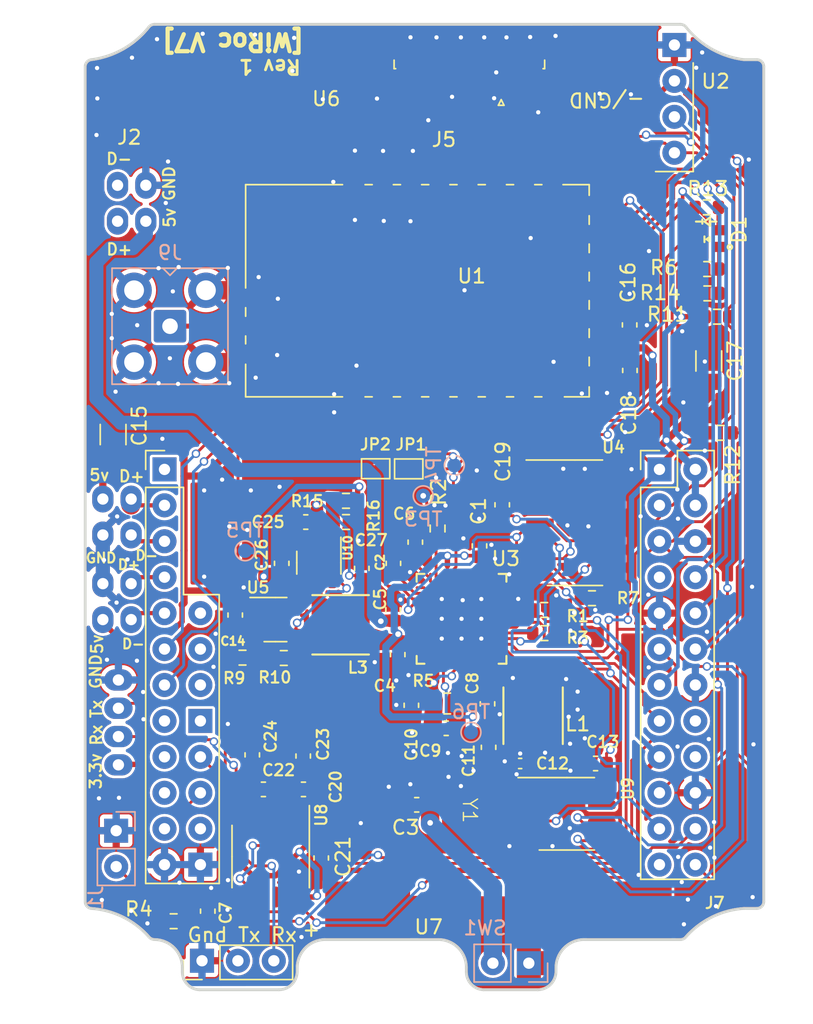
<source format=kicad_pcb>
(kicad_pcb (version 20221018) (generator pcbnew)
  (layers (0 "F.Cu" signal) (1 "In1.Cu" signal) (2 "In2.Cu" signal) (31 "B.Cu" signal) (34 "B.Paste" user) (35 "F.Paste" user) (36 "B.SilkS" user "B.Silkscreen") (37 "F.SilkS" user "F.Silkscreen") (38 "B.Mask" user) (39 "F.Mask" user) (44 "Edge.Cuts" user))
  (net 0 "")
  (net 1 "GND")
  (net 2 "IPSOUT")
  (net 3 "Net-(U3-VINT)")
  (net 4 "BAT")
  (net 5 "VBUS")
  (net 6 "Net-(U3-VREF)")
  (net 7 "PWRON")
  (net 8 "Net-(U3-CHSENCE)")
  (net 9 "Net-(U9-OSCI)")
  (net 10 "VDD_5V")
  (net 11 "SYS_3.3V")
  (net 12 "Net-(D1-A1)")
  (net 13 "Net-(D1-K1)")
  (net 14 "Net-(D1-K2)")
  (net 15 "Net-(D1-A2)")
  (net 16 "USBHost-DM1")
  (net 17 "USBHost-DP1")
  (net 18 "SDA")
  (net 19 "SCK")
  (net 20 "UART1_TX")
  (net 21 "UART1_RX")
  (net 22 "LORAAUX")
  (net 23 "LORAEN")
  (net 24 "IRQ")
  (net 25 "N_VBUSEN")
  (net 26 "LDO1")
  (net 27 "Net-(J1-Pin_2)")
  (net 30 "SRR_IRQ")
  (net 31 "EXTEN")
  (net 36 "Net-(J6-Pin_2)")
  (net 37 "SRR_NRST")
  (net 38 "Net-(J6-Pin_3)")
  (net 48 "Net-(J9-In)")
  (net 49 "Net-(U3-LX1)")
  (net 50 "Net-(U3-BIAS)")
  (net 51 "Net-(U4A-~{R})")
  (net 52 "Net-(U1-VCC)")
  (net 53 "Net-(U10-OUT)")
  (net 54 "Net-(U5-ISET)")
  (net 55 "Net-(SW1-A)")
  (net 70 "LORARS")
  (net 71 "LORAMO")
  (net 77 "USBHost-DP2")
  (net 78 "USBHost-DM2")
  (net 81 "UART2_TX")
  (net 82 "UART2_RX")
  (net 92 "Net-(U8-C1+)")
  (net 93 "Net-(U8-C1-)")
  (net 94 "Net-(U8-C2+)")
  (net 95 "Net-(U8-C2-)")
  (net 96 "Net-(U8-VS+)")
  (net 97 "Net-(U8-VS-)")
  (net 98 "Net-(J3-Pin_3)")
  (net 99 "Net-(J3-Pin_2)")
  (net 100 "Net-(JP1-A)")
  (net 107 "Net-(U10-LX)")
  (net 108 "N_OE")
  (net 109 "Net-(U4A-~{Q})")
  (net 110 "Net-(U10-FB)")
  (net 111 "RTC_IRQ_PWRON")
  (net 115 "Net-(U4A-C)")
  (net 119 "Net-(U9-OSCO)")
  (footprint "Package_TO_SOT_SMD:SOT-23-5" (layer "F.Cu") (at 61.4587 88.8796)
    (fp_text reference "U5")
    (fp_text value "SY6280")
  )
  (footprint "Capacitor_SMD:C_0603_1608Metric" (layer "F.Cu") (at 56.67 109.4934 -90)
    (fp_text reference "C7")
    (fp_text value "100pF")
  )
  (footprint "Capacitor_SMD:C_0603_1608Metric" (layer "F.Cu") (at 58.61353 88.56032 -90)
    (fp_text reference "C14")
    (fp_text value "10uF")
  )
  (footprint "Resistor_SMD:R_0603_1608Metric" (layer "F.Cu") (at 59.1274 91.572)
    (fp_text reference "R9")
    (fp_text value "3.6K-1%")
  )
  (footprint "Capacitor_SMD:C_1206_3216Metric" (layer "F.Cu") (at 49.975 75.8 -90)
    (fp_text reference "C15")
    (fp_text value "47uF")
  )
  (footprint "Resistor_SMD:R_0603_1608Metric" (layer "F.Cu") (at 54.257 110.2046)
    (fp_text reference "R4")
    (fp_text value "24K-1%")
  )
  (footprint "WiRoc:DRF1268DS" (layer "F.Cu") (at 71.5 65.6352 90)
    (fp_text reference "U1")
    (fp_text value "DRF1268DS")
  )
  (footprint "WiRoc:USBConnPads5" (layer "F.Cu") (at 52.29 58.18 -90)
    (fp_text reference "J2")
    (fp_text value "USB_Power_02x02")
  )
  (footprint "WiRoc:BatteryPad" (layer "F.Cu") (at 66.98 48.9 90)
    (fp_text reference "U6")
    (fp_text value "BatteryPadM")
  )
  (footprint "WiRoc:BatteryPad" (layer "F.Cu") (at 67.98 109.4 90)
    (fp_text reference "U7")
    (fp_text value "BatteryPadP")
  )
  (footprint "WiRoc:Pin_Header_Straight_1x03_Pitch2.54mm" (layer "F.Cu") (at 56.2636 112.9986 90)
    (fp_text reference "J6" hide)
    (fp_text value "HAT_Conn_DBG")
  )
  (footprint "WiRoc:USBConnPads5" (layer "F.Cu") (at 49.25 82.8996 90)
    (fp_text reference "J4" hide)
    (fp_text value "USB_Host_Data_02x02")
  )
  (footprint "WiRoc:USBConnPads6" (layer "F.Cu") (at 49.25 88.8813 90)
    (fp_text reference "J8" hide)
    (fp_text value "USB_Host_Data_02x02")
  )
  (footprint "Resistor_SMD:R_0603_1608Metric" (layer "F.Cu") (at 62.0484 91.5974 180)
    (fp_text reference "R10")
    (fp_text value "100K-1%")
  )
  (footprint "Resistor_SMD:R_0603_1608Metric" (layer "F.Cu") (at 92.95 75.68 180)
    (fp_text reference "R12")
    (fp_text value "10K")
  )
  (footprint "Resistor_SMD:R_0603_1608Metric" (layer "F.Cu") (at 80.4837 89.8399 180)
    (fp_text reference "R3")
    (fp_text value "200K-1%")
  )
  (footprint "Capacitor_SMD:C_0603_1608Metric" (layer "F.Cu") (at 71.0718 94.9392 90)
    (fp_text reference "C10")
    (fp_text value "4.7uF")
  )
  (footprint "WiRoc:qfn48_6x6mm_Pitch0.4mm" (layer "F.Cu") (at 74.6202 88.8264 180)
    (fp_text reference "U3")
    (fp_text value "AXP209")
  )
  (footprint "Resistor_SMD:R_0603_1608Metric" (layer "F.Cu") (at 72.926 82.4424 -90)
    (fp_text reference "R2")
    (fp_text value "200K-1%")
  )
  (footprint "Capacitor_SMD:C_0603_1608Metric" (layer "F.Cu") (at 69.7764 88.1828 90)
    (fp_text reference "C5")
    (fp_text value "10uF")
  )
  (footprint "Resistor_SMD:R_0603_1608Metric" (layer "F.Cu") (at 80.4717 88.2004 180)
    (fp_text reference "R1")
    (fp_text value "100K-1%")
  )
  (footprint "WiRoc:Inductor_SLW4018" (layer "F.Cu") (at 79.6824 95.6758 -90)
    (fp_text reference "L1")
    (fp_text value "2.2uH-DCR<0.1R-1.5A")
  )
  (footprint "Capacitor_SMD:C_0603_1608Metric" (layer "F.Cu") (at 70.1066 91.3578 -90)
    (fp_text reference "C4")
    (fp_text value "10uF")
  )
  (footprint "Capacitor_SMD:C_0603_1608Metric" (layer "F.Cu") (at 76.5328 97.911 90)
    (fp_text reference "C11")
    (fp_text value "4.7uF")
  )
  (footprint "Capacitor_SMD:C_0603_1608Metric" (layer "F.Cu") (at 73.5356 96.5648)
    (fp_text reference "C9")
    (fp_text value "1uF")
  )
  (footprint "Capacitor_SMD:C_0603_1608Metric" (layer "F.Cu") (at 75.89 83.67 90)
    (fp_text reference "C1")
    (fp_text value "4.7uF")
  )
  (footprint "Capacitor_SMD:C_0603_1608Metric" (layer "F.Cu") (at 71.3512 83.4076 90)
    (fp_text reference "C6")
    (fp_text value "1uF")
  )
  (footprint "Resistor_SMD:R_0805_2012Metric" (layer "F.Cu") (at 73.6118 94.8122 180)
    (fp_text reference "R5")
    (fp_text value "0R03")
  )
  (footprint "Capacitor_SMD:C_0603_1608Metric" (layer "F.Cu") (at 71.45 101.975 180)
    (fp_text reference "C3")
    (fp_text value "4.7uF")
  )
  (footprint "Resistor_SMD:R_0603_1608Metric" (layer "F.Cu") (at 92.69 67.47 180)
    (fp_text reference "R11")
    (fp_text value "10K")
  )
  (footprint "Capacitor_SMD:C_0603_1608Metric" (layer "F.Cu") (at 86.53 71.27 -90)
    (fp_text reference "C18")
    (fp_text value "4.7uF")
  )
  (footprint "Resistor_SMD:R_0603_1608Metric" (layer "F.Cu") (at 91.99774 64.0995 180)
    (fp_text reference "R6")
    (fp_text value "1K")
  )
  (footprint "Resistor_SMD:R_0603_1608Metric" (layer "F.Cu") (at 91.96726 59.7434 180)
    (fp_text reference "R13")
    (fp_text value "1K")
  )
  (footprint "Resistor_SMD:R_0603_1608Metric" (layer "F.Cu") (at 92.0079 65.82162 180)
    (fp_text reference "R14")
    (fp_text value "1K")
  )
  (footprint "WiRoc:LED_Dual_1.7_1.6" (layer "F.Cu") (at 92.00282 61.94558)
    (fp_text reference "D1")
    (fp_text value "LED_DUAL_ACCA")
  )
  (footprint "Capacitor_SMD:C_1206_3216Metric" (layer "F.Cu") (at 92.11 70.6 -90)
    (fp_text reference "C17")
    (fp_text value "47uF")
  )
  (footprint "Capacitor_SMD:C_0603_1608Metric" (layer "F.Cu") (at 86.51 68.05 90)
    (fp_text reference "C16")
    (fp_text value "1uF")
  )
  (footprint "WiRoc:CONN_OLED_TWI-Socket_Strip_Straight_1x04_Pitch2.54mm" (layer "F.Cu") (at 89.678 48.26)
    (fp_text reference "U2")
    (fp_text value "OLED")
  )
  (footprint "Capacitor_SMD:C_0603_1608Metric" (layer "F.Cu") (at 69.8018 84.9062 90)
    (fp_text reference "C2")
    (fp_text value "1uF")
  )
  (footprint "Capacitor_SMD:C_0603_1608Metric" (layer "F.Cu") (at 76.4566 94.8376 90)
    (fp_text reference "C8")
    (fp_text value "4.7uF")
  )
  (footprint "WiRoc:SolderJumper-2_P1.3mm_Open_Pad1.0x1.5mm-Modified" (layer "F.Cu") (at 70.886 78.226)
    (fp_text reference "JP1")
    (fp_text value "Jumper_NO_Small")
  )
  (footprint "WiRoc:SolderJumper-2_P1.3mm_Bridged2Bar_Pad1.0x1.5mm-Modified" (layer "F.Cu") (at 68.546 78.216 180)
    (fp_text reference "JP2")
    (fp_text value "Jumper_NC_Small")
  )
  (footprint "WiRoc:NanoPiNeoAirAllPins" (layer "F.Cu") (at 72.39 92.24)
    (fp_text reference "J7")
    (fp_text value "NanoPIAir")
  )
  (footprint "Package_SO:TSSOP-16_4.4x5mm_P0.65mm" (layer "F.Cu") (at 61.121229 105.631229 -90)
    (fp_text reference "U8")
    (fp_text value "SP3232ECY-L")
  )
  (footprint "Capacitor_SMD:C_0402_1005Metric" (layer "F.Cu") (at 78.768 99.054 180)
    (fp_text reference "C12")
    (fp_text value "22pF")
  )
  (footprint "Capacitor_SMD:C_0603_1608Metric" (layer "F.Cu") (at 61.901 84.9062 90)
    (fp_text reference "C26")
    (fp_text value "22uF")
  )
  (footprint "Resistor_SMD:R_0603_1608Metric" (layer "F.Cu") (at 66.4476 81.9852)
    (fp_text reference "R16")
    (fp_text value "140kOhm")
  )
  (footprint "Capacitor_SMD:C_0603_1608Metric" (layer "F.Cu") (at 64.6964 105.7342 90)
    (fp_text reference "C21")
    (fp_text value "100nF")
  )
  (footprint "Package_SO:SOIC-8_3.9x4.9mm_P1.27mm" (layer "F.Cu") (at 82.07 102.61)
    (fp_text reference "U9")
    (fp_text value "PCF8563T")
  )
  (footprint "Capacitor_SMD:C_0603_1608Metric" (layer "F.Cu") (at 60.607 100.8828 180)
    (fp_text reference "C22")
    (fp_text value "100nF")
  )
  (footprint "Resistor_SMD:R_0603_1608Metric" (layer "F.Cu") (at 66.4476 80.4866 180)
    (fp_text reference "R15")
    (fp_text value "470kOhm")
  )
  (footprint "Capacitor_SMD:C_0603_1608Metric" (layer "F.Cu") (at 63.4394 100.8828 180)
    (fp_text reference "C20")
    (fp_text value "100nF")
  )
  (footprint "WiRoc:SMD3215-2P" (layer "F.Cu") (at 77.052 102.376 -90)
    (fp_text reference "Y1")
    (fp_text value "32.768kHz")
  )
  (footprint "Capacitor_SMD:C_0603_1608Metric" (layer "F.Cu") (at 84.102 99.054 180)
    (fp_text reference "C13")
    (fp_text value "1uF")
  )
  (footprint "WiRoc:Inductor_SLW4018" (layer "F.Cu") (at 66.068 89.2496 180)
    (fp_text reference "L3")
    (fp_text value "1.5uH")
  )
  (footprint "Package_SO:SOIC-14_3.9x8.7mm_P1.27mm" (layer "F.Cu") (at 82.643 82.036)
    (fp_text reference "U4")
    (fp_text value "74LS73")
  )
  (footprint "WiRoc:SerialConnPads" (layer "F.Cu") (at 50.35 96.15 90)
    (fp_text reference "J3" hide)
    (fp_text value "Serial")
  )
  (footprint "Resistor_SMD:R_0603_1608Metric" (layer "F.Cu") (at 83.848 87.37 180)
    (fp_text reference "R7")
    (fp_text value "200K-1%")
  )
  (footprint "Package_TO_SOT_SMD:TSOT-23-6" (layer "F.Cu") (at 64.5274 84.8609 -90)
    (fp_text reference "U10")
    (fp_text value "~")
  )
  (footprint "WiRoc:FPC-Connector_1x10-1MP_P0.5mm_Horizontal" (layer "F.Cu") (at 75.175 51.975 180)
    (fp_text reference "J5")
    (fp_text value "Conn_01x10")
  )
  (footprint "Capacitor_SMD:C_0603_1608Metric" (layer "F.Cu") (at 59.8196 98.4444 -90)
    (fp_text reference "C24")
    (fp_text value "100nF")
  )
  (footprint "Capacitor_SMD:C_0603_1608Metric" (layer "F.Cu") (at 63.6028 81.9852 180)
    (fp_text reference "C25")
    (fp_text value "1uF")
  )
  (footprint "Capacitor_SMD:C_0603_1608Metric" (layer "F.Cu") (at 67.5652 85.2618 90)
    (fp_text reference "C27")
    (fp_text value "22uF")
  )
  (footprint "Capacitor_SMD:C_0603_1608Metric" (layer "F.Cu") (at 63.421229 98.526629 -90)
    (fp_text reference "C23")
    (fp_text value "100nF")
  )
  (footprint "Capacitor_SMD:C_0603_1608Metric" (layer "F.Cu") (at 77.498 80.766 90)
    (fp_text reference "C19")
    (fp_text value "1uF")
  )
  (footprint "TestPoint:TestPoint_Pad_D1.0mm" (layer "B.Cu") (at 74.11 77.98 -90)
    (fp_text reference "TP4")
    (fp_text value "TEST")
  )
  (footprint "WiRoc:Pin_Header_Straight_1x02_Pitch2.54mm" (layer "B.Cu") (at 50.193 103.8038 180)
    (fp_text reference "J1")
    (fp_text value "Conn_01x02")
  )
  (footprint "WiRoc:Pin_Header_Straight_1x02_Pitch2.54mm" (layer "B.Cu") (at 79.38 113.17 90)
    (fp_text reference "SW1")
    (fp_text value "SW_SPST")
  )
  (footprint "WiRoc:SMA_Amphenol_901-143_Horizontal" (layer "B.Cu") (at 54 68.1422 -90)
    (fp_text reference "J9")
    (fp_text value "Conn_Coaxial")
  )
  (footprint "TestPoint:TestPoint_Pad_D1.0mm" (layer "B.Cu") (at 71.91 80.131)
    (fp_text reference "TP3")
    (fp_text value "TEST")
  )
  (footprint "TestPoint:TestPoint_Pad_D1.0mm" (layer "B.Cu") (at 75.2882 96.8442 180)
    (fp_text reference "TP6")
    (fp_text value "TEST")
  )
  (footprint "TestPoint:TestPoint_Pad_D1.0mm" (layer "B.Cu") (at 59.3116 84.0172 180)
    (fp_text reference "TP5")
    (fp_text value "TEST")
  )
  (gr_arc (start 72.98 111.5) (mid 74.380071 112.079929) (end 74.96 113.48) (stroke (width 0.2)) (layer "Edge.Cuts"))
  (gr_arc (start 81.3 113.8) (mid 80.901565 114.686628) (end 80 115.05) (stroke (width 0.2)) (layer "Edge.Cuts"))
  (gr_arc (start 96 108.8) (mid 95.855476 109.155476) (end 95.5 109.3) (stroke (width 0.2)) (layer "Edge.Cuts"))
  (gr_arc (start 90.5 111.3) (mid 90.320072 111.451397) (end 90.09 111.5) (stroke (width 0.2)) (layer "Edge.Cuts"))
  (gr_arc (start 90.5 111.3) (mid 92.354261 109.898735) (end 94.6 109.3) (stroke (width 0.2)) (layer "Edge.Cuts"))
  (gr_arc (start 48.4 109.3) (mid 48.112647 109.132794) (end 48 108.82) (stroke (width 0.2)) (layer "Edge.Cuts"))
  (gr_arc (start 48.4 109.3) (mid 50.647552 109.895019) (end 52.5 111.3) (stroke (width 0.2)) (layer "Edge.Cuts"))
  (gr_arc (start 52.89 111.5) (mid 52.673288 111.442339) (end 52.5 111.3) (stroke (width 0.2)) (layer "Edge.Cuts"))
  (gr_arc (start 52.5 47) (mid 50.690099 48.548326) (end 48.43 49.3) (stroke (width 0.2)) (layer "Edge.Cuts"))
  (gr_arc (start 52.5 47) (mid 52.676591 46.853183) (end 52.9 46.8) (stroke (width 0.2)) (layer "Edge.Cuts"))
  (gr_arc (start 48 49.8) (mid 48.120402 49.468646) (end 48.43 49.3) (stroke (width 0.2)) (layer "Edge.Cuts"))
  (gr_line (start 96 49.8) (end 96 108.8) (stroke (width 0.2)) (layer "Edge.Cuts"))
  (gr_arc (start 94.61 49.3) (mid 92.328336 48.555039) (end 90.5 47) (stroke (width 0.2)) (layer "Edge.Cuts"))
  (gr_arc (start 90.1 46.8) (mid 90.323731 46.852538) (end 90.5 47) (stroke (width 0.2)) (layer "Edge.Cuts"))
  (gr_arc (start 95.53 49.3) (mid 95.865996 49.455063) (end 96 49.8) (stroke (width 0.2)) (layer "Edge.Cuts"))
  (gr_line (start 95.53 49.3) (end 94.61 49.3) (stroke (width 0.2)) (layer "Edge.Cuts"))
  (gr_line (start 54.87 113.48) (end 54.87 113.79) (stroke (width 0.2)) (layer "Edge.Cuts"))
  (gr_line (start 72.98 111.5) (end 64.9948 111.5) (stroke (width 0.2)) (layer "Edge.Cuts"))
  (gr_arc (start 81.3 113.5) (mid 81.885786 112.085786) (end 83.3 111.5) (stroke (width 0.2)) (layer "Edge.Cuts"))
  (gr_line (start 61.6948 115.05) (end 56.09 115.05) (stroke (width 0.2)) (layer "Edge.Cuts"))
  (gr_line (start 74.96 113.48) (end 74.96 113.79) (stroke (width 0.2)) (layer "Edge.Cuts"))
  (gr_line (start 95.5 109.3) (end 94.6 109.3) (stroke (width 0.2)) (layer "Edge.Cuts"))
  (gr_line (start 52.9 46.8) (end 90.1 46.8) (stroke (width 0.2)) (layer "Edge.Cuts"))
  (gr_line (start 83.3 111.5) (end 90.09 111.5) (stroke (width 0.2)) (layer "Edge.Cuts"))
  (gr_arc (start 52.89 111.5) (mid 54.290071 112.079929) (end 54.87 113.48) (stroke (width 0.2)) (layer "Edge.Cuts"))
  (gr_arc (start 62.9948 113.5) (mid 63.580586 112.085786) (end 64.9948 111.5) (stroke (width 0.2)) (layer "Edge.Cuts"))
  (gr_line (start 48 108.82) (end 48 49.8) (stroke (width 0.2)) (layer "Edge.Cuts"))
  (gr_line (start 62.9948 113.5) (end 62.9948 113.8) (stroke (width 0.2)) (layer "Edge.Cuts"))
  (gr_line (start 81.3 113.5) (end 81.3 113.8) (stroke (width 0.2)) (layer "Edge.Cuts"))
  (gr_arc (start 56.09 115.05) (mid 55.226415 114.665535) (end 54.87 113.79) (stroke (width 0.2)) (layer "Edge.Cuts"))
  (gr_arc (start 62.9948 113.8) (mid 62.596379 114.686642) (end 61.6948 115.05) (stroke (width 0.2)) (layer "Edge.Cuts"))
  (gr_line (start 80 115.05) (end 76.18 115.05) (stroke (width 0.2)) (layer "Edge.Cuts"))
  (gr_arc (start 76.18 115.05) (mid 75.316422 114.665528) (end 74.96 113.79) (stroke (width 0.2)) (layer "Edge.Cuts"))
  (gr_text "Rev 1" (at 61.06 49.8 180) (layer "F.SilkS") (effects (font (size 1 1) (thickness 0.2))))
  (gr_text "[WiRoc V7]" (at 58.46 48.04 180) (layer "F.SilkS") (effects (font (size 1.2 1.2) (thickness 0.3))))
  (gr_text "-/GND" (at 87.658 51.556 180) (layer "F.SilkS") (effects (font (size 1 1)) (justify left bottom)))
  (gr_text "Gnd Tx Rx" (at 55.146 111.754) (layer "F.SilkS") (effects (font (size 1 1)) (justify left bottom)))
  (gr_text "+" (at 63.274 111.373) (layer "F.SilkS") (effects (font (size 1 1)) (justify left bottom)))
  (segment (start 73.2202 85.9264) (end 73.2202 87.4264) (width 0.2032) (layer "F.Cu") (net 1))
  (segment (start 76.0202 91.7264) (end 76.0202 90.2264) (width 0.2032) (layer "F.Cu") (net 1))
  (segment (start 72.4202 91.0264) (end 73.2202 90.2264) (width 0.2032) (layer "F.Cu") (net 1))
  (segment (start 72.4202 91.6864) (end 72.4202 91.0264) (width 0.2032) (layer "F.Cu") (net 1))
  (segment (start 58.817 65.6022) (end 59.35 66.1352) (width 1.3) (layer "F.Cu") (net 1))
  (segment (start 72.2636 91.7264) (end 72.27409 91.7264) (width 0.508) (layer "F.Cu") (net 1))
  (segment (start 63.663658 106.5092) (end 64.6964 106.5092) (width 0.2032) (layer "F.Cu") (net 1))
  (segment (start 49.2532 86.608) (end 50.2565 87.6113) (width 0.508) (layer "F.Cu") (net 1))
  (segment (start 49.2532 86.3413) (end 49.2532 86.608) (width 0.508) (layer "F.Cu") (net 1))
  (segment (start 70.17 91.8975) (end 72.0925 91.8975) (width 0.508) (layer "F.Cu") (net 1))
  (segment (start 49.25 82.5853) (end 50.193 81.6423) (width 0.508) (layer "F.Cu") (net 1))
  (segment (start 58.803 70.6822) (end 59.35 70.1352) (width 1.3) (layer "F.Cu") (net 1))
  (segment (start 70.18 91.8875) (end 70.17 91.8975) (width 0.508) (layer "F.Cu") (net 1))
  (segment (start 56.54 70.6822) (end 58.803 70.6822) (width 1.3) (layer "F.Cu") (net 1))
  (segment (start 56.54 65.6022) (end 58.817 65.6022) (width 1.3) (layer "F.Cu") (net 1))
  (segment (start 62.746229 108.493729) (end 62.746229 107.426629) (width 0.2032) (layer "F.Cu") (net 1))
  (segment (start 62.746229 107.426629) (end 63.663658 106.5092) (width 0.2032) (layer "F.Cu") (net 1))
  (segment (start 72.0925 91.8975) (end 72.2636 91.7264) (width 0.508) (layer "F.Cu") (net 1))
  (segment (start 49.25 82.8996) (end 49.25 82.5853) (width 0.508) (layer "F.Cu") (net 1))
  (via (at 73.2202 88.8227) (size 0.4) (drill 0.3) (layers "F.Cu" "B.Cu") (net 1))
  (via (at 76.0202 90.2264) (size 0.4) (drill 0.3) (layers "F.Cu" "B.Cu") (net 1))
  (via (at 74.702468 87.508668) (size 0.4) (drill 0.3) (layers "F.Cu" "B.Cu") (net 1))
  (via (at 76.0202 88.8227) (size 0.4) (drill 0.3) (layers "F.Cu" "B.Cu") (net 1))
  (via (at 73.2202 90.2264) (size 0.4) (drill 0.3) (layers "F.Cu" "B.Cu") (net 1))
  (via (at 74.6202 88.8264) (size 0.4) (drill 0.3) (layers "F.Cu" "B.Cu") (net 1))
  (via (at 73.2202 87.4264) (size 0.4) (drill 0.3) (layers "F.Cu" "B.Cu") (net 1))
  (via (at 76.0202 87.4264) (size 0.4) (drill 0.3) (layers "F.Cu" "B.Cu") (net 1))
  (via (at 74.6202 90.2264) (size 0.4) (drill 0.3) (layers "F.Cu" "B.Cu") (net 1))
  (via (at 58.067 109.3918) (size 0.5) (drill 0.3) (layers "F.Cu" "B.Cu") (net 1))
  (via (at 57.686 78.988) (size 0.5) (drill 0.3) (layers "F.Cu" "B.Cu") (net 1))
  (via (at 67.19 70.93) (size 0.5) (drill 0.3) (layers "F.Cu" "B.Cu") (net 1))
  (via (at 56.91 107.85) (size 0.5) (drill 0.3) (layers "F.Cu" "B.Cu") (net 1))
  (via (at 69.07 55.75) (size 0.5) (drill 0.3) (layers "F.Cu" "B.Cu") (net 1))
  (via (at 73.4848 80.8168) (size 0.5) (drill 0.3) (layers "F.Cu" "B.Cu") (net 1))
  (via (at 77.3202 95.5742) (size 0.5) (drill 0.3) (layers "F.Cu" "B.Cu") (net 1))
  (via (at 76.225 47.725) (size 0.5) (drill 0.3) (layers "F.Cu" "B.Cu") (net 1))
  (via (at 82.197 95.752) (size 0.5) (drill 0.3) (layers "F.Cu" "B.Cu") (net 1))
  (via (at 79.475 47.7) (size 0.5) (drill 0.3) (layers "F.Cu" "B.Cu") (net 1))
  (via (at 91.83 70.64) (size 0.5) (drill 0.3) (layers "F.Cu" "B.Cu") (net 1))
  (via (at 92.506764 105.706764) (size 0.5) (drill 0.3) (layers "F.Cu" "B.Cu") (net 1))
  (via (at 82.324 89.656) (size 0.5) (drill 0.3) (layers "F.Cu" "B.Cu") (net 1))
  (via (at 58.09 64.02) (size 0.5) (drill 0.3) (layers "F.Cu" "B.Cu") (net 1))
  (via (at 53.99 70.41) (size 0.5) (drill 0.3) (layers "F.Cu" "B.Cu") (net 1))
  (via (at 49.54 91.72) (size 0.5) (drill 0.3) (layers "F.Cu" "B.Cu") (net 1))
  (via (at 83.34 97.276) (size 0.5) (drill 0.3) (layers "F.Cu" "B.Cu") (net 1))
  (via (at 92.62 109.14) (size 0.5) (drill 0.3) (layers "F.Cu" "B.Cu") (net 1))
  (via (at 51.25 109.475) (size 0.5) (drill 0.3) (layers "F.Cu" "B.Cu") (net 1))
  (via (at 63.2994 111.3222) (size 0.5) (drill 0.3) (layers "F.Cu" "B.Cu") (net 1))
  (via (at 89.9 97.86) (size 0.5) (drill 0.3) (layers "F.Cu" "B.Cu") (net 1))
  (via (at 56.416 79.75) (size 0.5) (drill 0.3) (layers "F.Cu" "B.Cu") (net 1))
  (via (at 86.52 72.92) (size 0.5) (drill 0.3) (layers "F.Cu" "B.Cu") (net 1))
  (via (at 70.3011 87.4716) (size 0.5) (drill 0.3) (layers "F.Cu" "B.Cu") (net 1))
  (via (at 65.61 74.23) (size 0.5) (drill 0.3) (layers "F.Cu" "B.Cu") (net 1))
  (via (at 49.88 67.27) (size 0.5) (drill 0.3) (layers "F.Cu" "B.Cu") (net 1))
  (via (at 81.27 47.62) (size 0.5) (drill 0.3) (layers "F.Cu" "B.Cu") (net 1))
  (via (at 63.1216 106.6994) (size 0.5) (drill 0.3) (layers "F.Cu" "B.Cu") (net 1))
  (via (at 90.198 107.436) (size 0.5) (drill 0.3) (layers "F.Cu" "B.Cu") (net 1))
  (via (at 73.66 98.31) (size 0.5) (drill 0.3) (layers "F.Cu" "B.Cu") (net 1))
  (via (at 54.67 107.48) (size 0.5) (drill 0.3) (layers "F.Cu" "B.Cu") (net 1))
  (via (at 70.005 93.1866) (size 0.5) (drill 0.3) (layers "F.Cu" "B.Cu") (net 1))
  (via (at 89.93 81.75) (size 0.5) (drill 0.3) (layers "F.Cu" "B.Cu") (net 1))
  (via (at 78.006 104.896) (size 0.5) (drill 0.3) (layers "F.Cu" "B.Cu") (net 1))
  (via (at 50.39 101.48) (size 0.5) (drill 0.3) (layers "F.Cu" "B.Cu") (net 1))
  (via (at 49.88 68.99) (size 0.5) (drill 0.3) (layers "F.Cu" "B.Cu") (net 1))
  (via (at 72.27 53.58) (size 0.5) (drill 0.3) (layers "F.Cu" "B.Cu") (net 1))
  (via (at 87.86 92.26) (size 0.5) (drill 0.3) (layers "F.Cu" "B.Cu") (net 1))
  (via (at 78.25 93.01) (size 0.5) (drill 0.3) (layers "F.Cu" "B.Cu") (net 1))
  (via (at 80.53 98.29) (size 0.5) (drill 0.3) (layers "F.Cu" "B.Cu") (net 1))
  (via (at 86.642 78.25) (size 0.5) (drill 0.3) (layers "F.Cu" "B.Cu") (net 1))
  (via (at 73.7 100) (size 0.5) (drill 0.3) (layers "F.Cu" "B.Cu") (net 1))
  (via (at 53.19 72.17) (size 0.5) (drill 0.3) (layers "F.Cu" "B.Cu") (net 1))
  (via (at 67.08 60.63) (size 0.5) (drill 0.3) (layers "F.Cu" "B.Cu") (net 1))
  (via (at 76.925 52.025) (size 0.5) (drill 0.3) (layers "F.Cu" "B.Cu") (net 1))
  (via (at 81.054 104.896) (size 0.5) (drill 0.3) (layers "F.Cu" "B.Cu") (net 1))
  (via (at 80.045869 53.020581) (size 0.5) (drill 0.3) (layers "F.Cu" "B.Cu") (net 1))
  (via (at 76.736 83.5941) (size 0.5) (drill 0.3) (layers "F.Cu" "B.Cu") (net 1))
  (via (at 94.94 56.36) (size 0.5) (drill 0.3) (layers "F.Cu" "B.Cu") (net 1))
  (via (at 52.4028 110.357) (size 0.5) (drill 0.3) (layers "F.Cu" "B.Cu") (net 1))
  (via (at 74.83 65.6) (size 0.5) (drill 0.3) (layers "F.Cu" "B.Cu") (net 1))
  (via (at 57.0764 92.2214) (size 0.5) (drill 0.3) (layers "F.Cu" "B.Cu") (net 1))
  (via (at 53.7 59.43) (size 0.5) (drill 0.3) (layers "F.Cu" "B.Cu") (net 1))
  (via (at 52.1 94) (size 0.5) (drill 0.3) (layers "F.Cu" "B.Cu") (net 1))
  (via (at 72.82 78.85) (size 0.5) (drill 0.3) (layers "F.Cu" "B.Cu") (net 1))
  (via (at 87.2857 81.58) (size 0.5) (drill 0.3) (layers "F.Cu" "B.Cu") (net 1))
  (via (at 50.26 81.59) (size 0.5) (drill 0.3) (layers "F.Cu" "B.Cu") (net 1))
  (via (at 58.1 107.3) (size 0.5) (drill 0.3) (layers "F.Cu" "B.Cu") (net 1))
  (via (at 61.63 66.2) (size 0.5) (drill 0.3) (layers "F.Cu" "B.Cu") (net 1))
  (via (at 71 100.52) (size 0.5) (drill 0.3) (layers "F.Cu" "B.Cu") (net 1))
  (via (at 81.31895 87.169277) (size 0.5) (drill 0.3) (layers "F.Cu" "B.Cu") (net 1))
  (via (at 56.31 47.47) (size 0.5) (drill 0.3) (layers "F.Cu" "B.Cu") (net 1))
  (via (at 81.816 78.22) (size 0.5) (drill 0.3) (layers "F.Cu" "B.Cu") (net 1))
  (via (at 52.125 95.925) (size 0.5) (drill 0.3) (layers "F.Cu" "B.Cu") (net 1))
  (via (at 56.416 85.846) (size 0.5) (drill 0.3) (layers "F.Cu" "B.Cu") (net 1))
  (via (at 69.475 100.7) (size 0.5) (drill 0.3) (layers "F.Cu" "B.Cu") (net 1))
  (via (at 53.46 76.1) (size 0.5) (drill 0.3) (layers "F.Cu" "B.Cu") (net 1))
  (via (at 82.275496 103.626) (size 0.5) (drill 0.3) (layers "F.Cu" "B.Cu") (net 1))
  (via (at 76.99 84.576) (size 0.5) (drill 0.3) (layers "F.Cu" "B.Cu") (net 1))
  (via (at 91.83 76.94) (size 0.5) (drill 0.3) (layers "F.Cu" "B.Cu") (net 1))
  (via (at 67.08 55.73) (size 0.5) (drill 0.3) (layers "F.Cu" "B.Cu") (net 1))
  (via (at 60.06 71.78) (size 0.5) (drill 0.3) (layers "F.Cu" "B.Cu") (net 1))
  (via (at 49.18 108.7) (size 0.5) (drill 0.3) (layers "F.Cu" "B.Cu") (net 1))
  (via (at 53.19 64.04) (size 0.5) (drill 0.3) (layers "F.Cu" "B.Cu") (net 1))
  (via (at 72.85 47.725) (size 0.5) (drill 0.3) (layers "F.Cu" "B.Cu") (net 1))
  (via (at 73.95 51.925) (size 0.5) (drill 0.3) (layers "F.Cu" "B.Cu") (net 1))
  (via (at 57.2288 89.8846) (size 0.5) (drill 0.3) (layers "F.Cu" "B.Cu") (net 1))
  (via (at 86.51 65.85) (size 0.5) (drill 0.3) (layers "F.Cu" "B.Cu") (net 1))
  (via (at 50.99 84.63) (size 0.5) (drill 0.3) (layers "F.Cu" "B.Cu") (net 1))
  (via (at 75.466 99.562) (size 0.5) (drill 0.3) (layers "F.Cu" "B.Cu") (net 1))
  (via (at 78.514 99.816) (size 0.5) (drill 0.3) (layers "F.Cu" "B.Cu") (net 1))
  (via (at 69.12 60.7) (size 0.5) (drill 0.3) (layers "F.Cu" "B.Cu") (net 1))
  (via (at 87.15 106.928) (size 0.5) (drill 0.3) (layers "F.Cu" "B.Cu") (net 1))
  (via (at 82.578 88.386) (size 0.5) (drill 0.3) (layers "F.Cu" "B.Cu") (net 1))
  (via (at 61.75 79.496) (size 0.5) (drill 0.3) (layers "F.Cu" "B.Cu") (net 1))
  (via (at 54.2 65.68) (size 0.5) (drill 0.3) (layers "F.Cu" "B.Cu") (net 1))
  (via (at 87.831395 87.121389) (size 0.5) (drill 0.3) (layers "F.Cu" "B.Cu") (net 1))
  (via (at 59.21 86.608) (size 0.5) (drill 0.3) (layers "F.Cu" "B.Cu") (net 1))
  (via (at 77.99 85.68) (size 0.5) (drill 0.3) (layers "F.Cu" "B.Cu") (net 1))
  (via (at 92.11 97.33) (size 0.5) (drill 0.3) (layers "F.Cu" "B.Cu") (net 1))
  (via (at 84.39 51.7) (size 0.5) (drill 0.3) (layers "F.Cu" "B.Cu") (net 1))
  (via (at 89.88761 79.67761) (size 0.5) (drill 0.3) (layers "F.Cu" "B.Cu") (net 1))
  (via (at 75.7 78.34) (size 0.5) (drill 0.3) (layers "F.Cu" "B.Cu") (net 1))
  (via (at 86.19 75.63) (size 0.5) (drill 0.3) (layers "F.Cu" "B.Cu") (net 1))
  (via (at 48.86 52.04) (size 0.5) (drill 0.3) (layers "F.Cu" "B.Cu") (net 1))
  (via (at 60.27 64.67) (size 0.5) (drill 0.3) (layers "F.Cu" "B.Cu") (net 1))
  (via (at 51.66 91.79) (size 0.5) (drill 0.3) (layers "F.Cu" "B.Cu") (net 1))
  (via (at 78.768 98.35) (size 0.5) (drill 0.3) (layers "F.Cu" "B.Cu") (net 1))
  (via (at 58.194 82.29) (size 0.5) (drill 0.3) (layers "F.Cu" "B.Cu") (net 1))
  (via (at 95.27 97.7) (size 0.5) (drill 0.3) (layers "F.Cu" "B.Cu") (net 1))
  (via (at 58.19 72.17) (size 0.5) (drill 0.3) (layers "F.Cu" "B.Cu") (net 1))
  (via (at 54.57 72.22) (size 0.5) (drill 0.3) (layers "F.Cu" "B.Cu") (net 1))
  (via (at 74.575 100.65) (size 0.5) (drill 0.3) (layers "F.Cu" "B.Cu") (net 1))
  (via (at 49.33 84.67) (size 0.5) (drill 0.3) (layers "F.Cu" "B.Cu") (net 1))
  (via (at 95.21 108.5) (size 0.5) (drill 0.3) (layers "F.Cu" "B.Cu") (net 1))
  (via (at 81.13 70.66) (size 0.5) (drill 0.3) (layers "F.Cu" "B.Cu") (net 1))
  (via (at 65.61 72.95) (size 0.5) (drill 0.3) (layers "F.Cu" "B.Cu") (net 1))
  (via (at 90.632396 108.669247) (size 0.5) (drill 0.3) (layers "F.Cu" "B.Cu") (net 1))
  (via (at 53.08 47.85) (size 0.5) (drill 0.3) (layers "F.Cu" "B.Cu") (net 1))
  (via (at 51.68 68.07) (size 0.5) (drill 0.3) (layers "F.Cu" "B.Cu") (net 1))
  (via (at 74.75 83.14) (size 0.5) (drill 0.3) (layers "F.Cu" "B.Cu") (net 1))
  (via (at 64.81 52.1) (size 0.5) (drill 0.3) (layers "F.Cu" "B.Cu") (net 1))
  (via (at 58.0924 96.26) (size 0.5) (drill 0.3) (layers "F.Cu" "B.Cu") (net 1))
  (via (at 70.981963 85.527563) (size 0.5) (drill 0.3) (layers "F.Cu" "B.Cu") (net 1))
  (via (at 71.01 47.72) (size 0.5) (drill 0.3) (layers "F.Cu" "B.Cu") (net 1))
  (via (at 48.9738 101.5178) (size 0.5) (drill 0.3) (layers "F.Cu" "B.Cu") (net 1))
  (via (at 53.86 56.5) (size 0.5) (drill 0.3) (layers "F.Cu" "B.Cu") (net 1))
  (via (at 71.01 60.72) (size 0.5) (drill 0.3) (layers "F.Cu" "B.Cu") (net 1))
  (via (at 60.01 47.53) (size 0.5) (drill 0.3) (layers "F.Cu" "B.Cu") (net 1))
  (via (at 68.481 91.8912) (size 0.5) (drill 0.3) (layers "F.Cu" "B.Cu") (net 1))
  (via (at 62.78 47.76) (size 0.5) (drill 0.3) (layers "F.Cu" "B.Cu") (net 1))
  (via (at 77.075 50.2) (size 0.5) (drill 0.3) (layers "F.Cu" "B.Cu") (net 1))
  (via (at 78.63 87.42) (size 0.5) (drill 0.3) (layers "F.Cu" "B.Cu") (net 1))
  (via (at 90.23 68.5) (size 0.5) (drill 0.3) (layers "F.Cu" "B.Cu") (net 1))
  (via (at 61.58 70.18) (size 0.5) (drill 0.3) (layers "F.Cu" "B.Cu") (net 1))
  (via (at 77.6758 98.9016) (size 0.5) (drill 0.3) (layers "F.Cu" "B.Cu") (net 1))
  (via (at 71.1226 96.8696) (size 0.5) (drill 0.3) (layers "F.Cu" "B.Cu") (net 1))
  (via (at 90.35 110.42) (size 0.5) (drill 0.3) (layers "F.Cu" "B.Cu") (net 1))
  (via (at 71.18 55.75) (size 0.5) (drill 0.3) (layers "F.Cu" "B.Cu") (net 1))
  (via (at 89.944 105.658) (size 0.5) (drill 0.3) (layers "F.Cu" "B.Cu") (net 1))
  (via (at 74.63 98.53) (size 0.5) (drill 0.3) (layers "F.Cu" "B.Cu") (net 1))
  (via (at 92.479354 103.194174) (size 0.5) (drill 0.3) (layers "F.Cu" "B.Cu") (net 1))
  (via (at 90.31 73.53) (size 0.5) (drill 0.3) (layers "F.Cu" "B.Cu") (net 1))
  (via (at 70.005 94.9138) (size 0.5) (drill 0.3) (layers "F.Cu" "B.Cu") (net 1))
  (via (at 91.64 48.79) (size 0.5) (drill 0.3) (layers "F.Cu" "B.Cu") (net 1))
  (via (at 67.493283 103.2686) (size 0.5) (drill 0.3) (layers "F.Cu" "B.Cu") (net 1))
  (via (at 72.701 80.7914) (size 0.5) (drill 0.3) (layers "F.Cu" "B.Cu") (net 1))
  (via (at 84.080996 88.19833) (size 0.5) (drill 0.3) (layers "F.Cu" "B.Cu") (net 1))
  (via (at 91.22 49.87) (size 0.5) (drill 0.3) (layers "F.Cu" "B.Cu") (net 1))
  (via (at 83.34 78.226) (size 0.5) (drill 0.3) (layers "F.Cu" "B.Cu") (net 1))
  (via (at 70.8686 92.8056) (size 0.5) (drill 0.3) (layers "F.Cu" "B.Cu") (net 1))
  (via (at 65.55 57.94) (size 0.5) (drill 0.3) (layers "F.Cu" "B.Cu") (net 1))
  (via (at 59.464 82.544) (size 0.5) (drill 0.3) (layers "F.Cu" "B.Cu") (net 1))
  (via (at 82.0192 93.085) (size 0.5) (drill 0.3) (layers "F.Cu" "B.Cu") (net 1))
  (via (at 82.11 82.22) (size 0.5) (drill 0.3) (layers "F.Cu" "B.Cu") (net 1))
  (via (at 82.832 93.974) (size 0.5) (drill 0.3) (layers "F.Cu" "B.Cu") (net 1))
  (via (at 83.13 72.9) (size 0.5) (drill 0.3) (layers "F.Cu" "B.Cu") (net 1))
  (via (at 62.66 50.09) (size 0.5) (drill 0.3) (layers "F.Cu" "B.Cu") (net 1))
  (via (at 71.2242 98.1904) (size 0.5) (drill 0.3) (layers "F.Cu" "B.Cu") (net 1))
  (via (at 83.594 82.29) (size 0.5) (drill 0.3) (layers "F.Cu" "B.Cu") (net 1))
  (via (at 74.575 47.725) (size 0.5) (drill 0.3) (layers "F.Cu" "B.Cu") (net 1))
  (via (at 48.8 54.625) (size 0.5) (drill 0.3) (layers "F.Cu" "B.Cu") (net 1))
  (via (at 92.200674 105.006146) (size 0.5) (drill 0.3) (layers "F.Cu" "B.Cu") (net 1))
  (via (at 75.87 81.76) (size 0.5) (drill 0.3) (layers "F.Cu" "B.Cu") (net 1))
  (via (at 82.832 95.244) (size 0.5) (drill 0.3) (layers "F.Cu" "B.Cu") (net 1))
  (via (at 87.73 68.07) (size 0.5) (drill 0.3) (layers "F.Cu" "B.Cu") (net 1))
  (via (at 82.2986 97.657) (size 0.5) (drill 0.3) (layers "F.Cu" "B.Cu") (net 1))
  (via (at 86.6 51.75) (size 0.5) (drill 0.3) (layers "F.Cu" "B.Cu") (net 1))
  (via (at 82.578 90.164) (size 0.5) (drill 0.3) (layers "F.Cu" "B.Cu") (net 1))
  (via (at 67.338 83.306) (size 0.5) (drill 0.3) (layers "F.Cu" "B.Cu") (net 1))
  (via (at 95.17 86.56) (size 0.5) (drill 0.3) (layers "F.Cu" "B.Cu") (net 1))
  (via (at 77.8 47.725) (size 0.5) (drill 0.3) (layers "F.Cu" "B.Cu") (net 1))
  (via (at 79.51 61.91) (size 0.5) (drill 0.3) (layers "F.Cu" "B.Cu") (net 1))
  (via (at 82.324 99.562) (size 0.5) (drill 0.3) (layers "F.Cu" "B.Cu") (net 1))
  (via (at 84.91 72.86) (size 0.5) (drill 0.3) (layers "F.Cu" "B.Cu") (net 1))
  (via (at 48.84 49.89) (size 0.5) (drill 0.3) (layers "F.Cu" "B.Cu") (net 1))
  (via (at 50.22 87.68) (size 0.5) (drill 0.3) (layers "F.Cu" "B.Cu") (net 1))
  (via (at 54.61 63.96) (size 0.5) (drill 0.3) (layers "F.Cu" "B.Cu") (net 1))
  (via (at 68.64 52.05) (size 0.5) (drill 0.3) (layers "F.Cu" "B.Cu") (net 1))
  (via (at 87.88 62.83) (size 0.5) (drill 0.3) (layers "F.Cu" "B.Cu") (net 1))
  (via (at 51.31 49.16) (size 0.5) (drill 0.3) (layers "F.Cu" "B.Cu") (net 1))
  (via (at 59.718 79.75) (size 0.5) (drill 0.3) (layers "F.Cu" "B.Cu") (net 1))
  (via (at 91.98 89.74) (size 0.5) (drill 0.3) (layers "F.Cu" "B.Cu") (net 1))
  (via (at 50.15 72.77) (size 0.5) (drill 0.3) (layers "F.Cu" "B.Cu") (net 1))
  (segment (start 49.2024 82.8996) (end 49.2024 82.6329) (width 0.508) (layer "B.Cu") (net 1))
  (segment (start 49.25 86.3413) (end 49.25 86.6048) (width 0.508) (layer "B.Cu") (net 1))
  (segment (start 49.25 86.6048) (end 50.2565 87.6113) (width 0.508) (layer "B.Cu") (net 1))
  (segment (start 49.2024 82.6329) (end 50.193 81.6423) (width 0.508) (layer "B.Cu") (net 1))
  (segment (start 71.7602 90.6264) (end 70.8387 90.6264) (width 0.2032) (layer "F.Cu") (net 2))
  (segment (start 71.7602 90.2264) (end 70.4387 90.2264) (width 0.2032) (layer "F.Cu") (net 2))
  (segment (start 70.8387 90.6264) (end 70.4387 90.2264) (width 0.2032) (layer "F.Cu") (net 2))
  (segment (start 73.6202 84.3702) (end 73.6202 85.09) (width 0.381) (layer "F.Cu") (net 2))
  (segment (start 75.4152 95.752) (end 75.4152 94.9364) (width 0.254) (layer "F.Cu") (net 2))
  (segment (start 66.6776 85.769802) (end 67.298202 85.769802) (width 0.2032) (layer "F.Cu") (net 2))
  (segment (start 75.89 84.4575) (end 76.8202 85.3877) (width 0.254) (layer "F.Cu") (net 2))
  (segment (start 67.298202 85.769802) (end 67.5652 86.0368) (width 0.2032) (layer "F.Cu") (net 2))
  (segment (start 74.82 84.36) (end 75.7925 84.36) (width 0.254) (layer "F.Cu") (net 2))
  (segment (start 75.2202 92.8302) (end 76.285 93.895) (width 0.2032) (layer "F.Cu") (net 2))
  (segment (start 75.7925 84.36) (end 75.89 84.4575) (width 0.254) (layer "F.Cu") (net 2))
  (segment (start 73.62 84.37) (end 73.6202 84.3702) (width 0.381) (layer "F.Cu") (net 2))
  (segment (start 73.34 93.5) (end 73.45 93.61) (width 0.2032) (layer "F.Cu") (net 2))
  (segment (start 73.6202 91.7264) (end 73.6202 92.2796) (width 0.2032) (layer "F.Cu") (net 2))
  (segment (start 75.2202 91.7264) (end 75.2202 92.8302) (width 0.2032) (layer "F.Cu") (net 2))
  (segment (start 73.34 92.5598) (end 73.34 93.5) (width 0.2032) (layer "F.Cu") (net 2))
  (segment (start 75.4152 94.9364) (end 76.4566 93.895) (width 0.254) (layer "F.Cu") (net 2))
  (segment (start 73.6202 85.9264) (end 73.6202 84.92) (width 0.2032) (layer "F.Cu") (net 2))
  (segment (start 76.285 93.895) (end 76.4566 93.895) (width 0.2032) (layer "F.Cu") (net 2))
  (segment (start 73.6202 92.2796) (end 73.34 92.5598) (width 0.2032) (layer "F.Cu") (net 2))
  (segment (start 64.2836 81.99) (end 64.2836 80.834) (width 0.2032) (layer "F.Cu") (net 2))
  (segment (start 76.8202 85.3877) (end 76.8202 85.9264) (width 0.2032) (layer "F.Cu") (net 2))
  (via (at 73.62 84.37) (size 0.6) (drill 0.4) (layers "F.Cu" "B.Cu") (net 2))
  (via (at 70.132 89.91) (size 0.6) (drill 0.4) (layers "F.Cu" "B.Cu") (net 2))
  (via (at 66.6776 85.769802) (size 0.6) (drill 0.4) (layers "F.Cu" "B.Cu") (net 2))
  (via (at 74.82 84.36) (size 0.6) (drill 0.4) (layers "F.Cu" "B.Cu") (net 2))
  (via (at 75.4152 95.752) (size 0.6) (drill 0.4) (layers "F.Cu" "B.Cu") (net 2))
  (via (at 73.45 93.61) (size 0.6) (drill 0.4) (layers "F.Cu" "B.Cu") (net 2))
  (via (at 64.3468 80.7708) (size 0.6) (drill 0.4) (layers "F.Cu" "B.Cu") (net 2))
  (segment (start 69.2684 90.7736) (end 70.132 89.91) (width 0.508) (layer "B.Cu") (net 2))
  (segment (start 69.8573 88.009972) (end 69.8573 89.6353) (width 0.508) (layer "B.Cu") (net 2))
  (segment (start 75.4072 95.76) (end 73.38 95.76) (width 0.254) (layer "B.Cu") (net 2))
  (segment (start 73.45 93.61) (end 73.5356 93.6956) (width 0.2032) (layer "B.Cu") (net 2))
  (segment (start 64.8384 80.777) (end 66.6776 82.6162) (width 0.2032) (layer "B.Cu") (net 2))
  (segment (start 75.2882 96.8442) (end 75.2882 95.879) (width 0.2032) (layer "B.Cu") (net 2))
  (segment (start 69.2684 95.371) (end 69.2684 90.7736) (width 0.508) (layer "B.Cu") (net 2))
  (segment (start 66.6776 82.6162) (end 66.6776 85.769802) (width 0.2032) (layer "B.Cu") (net 2))
  (segment (start 73.5356 95.6044) (end 73.38 95.76) (width 0.2032) (layer "B.Cu") (net 2))
  (segment (start 69.8573 86.596604) (end 69.6066 86.847304) (width 0.508) (layer "B.Cu") (net 2))
  (segment (start 70.895094 86.596604) (end 69.8573 86.596604) (width 0.508) (layer "B.Cu") (net 2))
  (segment (start 74.81 84.37) (end 74.82 84.36) (width 0.254) (layer "B.Cu") (net 2))
  (segment (start 73.131698 84.36) (end 70.895094 86.596604) (width 0.508) (layer "B.Cu") (net 2))
  (segment (start 69.6066 86.847304) (end 69.6066 87.759272) (width 0.508) (layer "B.Cu") (net 2))
  (segment (start 75.2882 95.879) (end 75.4152 95.752) (width 0.2032) (layer "B.Cu") (net 2))
  (segment (start 73.5356 93.6956) (end 73.5356 95.6044) (width 0.2032) (layer "B.Cu") (net 2))
  (segment (start 69.8573 89.6353) (end 70.132 89.91) (width 0.508) (layer "B.Cu") (net 2))
  (segment (start 64.3598 80.777) (end 64.8384 80.777) (width 0.2032) (layer "B.Cu") (net 2))
  (segment (start 73.62 84.37) (end 74.81 84.37) (width 0.254) (layer "B.Cu") (net 2))
  (segment (start 73.38 95.76) (end 69.6574 95.76) (width 0.508) (layer "B.Cu") (net 2))
  (segment (start 69.6574 95.76) (end 69.2684 95.371) (width 0.508) (layer "B.Cu") (net 2))
  (segment (start 73.6202 84.36) (end 73.131698 84.36) (width 0.508) (layer "B.Cu") (net 2))
  (segment (start 69.6066 87.759272) (end 69.8573 88.009972) (width 0.508) (layer "B.Cu") (net 2))
  (segment (start 75.4152 95.752) (end 75.4072 95.76) (width 0.254) (layer "B.Cu") (net 2))
  (segment (start 71.7202 87.0264) (end 71.315687 87.0264) (width 0.2032) (layer "F.Cu") (net 3))
  (segment (start 69.990576 85.6812) (end 69.8018 85.6812) (width 0.2032) (layer "F.Cu") (net 3))
  (segment (start 71.315687 87.0264) (end 70.6781 86.388813) (width 0.2032) (layer "F.Cu") (net 3))
  (segment (start 70.6781 86.388813) (end 70.6781 86.368724) (width 0.2032) (layer "F.Cu") (net 3))
  (segment (start 70.6781 86.368724) (end 69.990576 85.6812) (width 0.2032) (layer "F.Cu") (net 3))
  (segment (start 73.2202 91.7264) (end 73.2202 91.9764) (width 0.2032) (layer "F.Cu") (net 4))
  (segment (start 72.8202 91.6864) (end 73.2202 91.6864) (width 0.2032) (layer "F.Cu") (net 4))
  (segment (start 74.4202 91.7264) (end 74.4202 92.1798) (width 0.2032) (layer "F.Cu") (net 4))
  (segment (start 73.93211 92.66789) (end 73.93211 92.88) (width 0.2032) (layer "F.Cu") (net 4))
  (segment (start 74.4202 92.1798) (end 73.93211 92.66789) (width 0.2032) (layer "F.Cu") (net 4))
  (segment (start 72.4 98.17) (end 72.4 103.25) (width 1.3) (layer "F.Cu") (net 4))
  (via (at 73.93211 92.88) (size 0.6) (drill 0.4) (layers "F.Cu" "B.Cu") (net 4))
  (via (at 72.66 93.35) (size 0.6) (drill 0.4) (layers "F.Cu" "B.Cu") (net 4))
  (via (at 72.4 103.25) (size 0.6) (drill 0.4) (layers "F.Cu" "B.Cu") (net 4))
  (segment (start 76.84 107.794) (end 72.4 103.354) (width 1.3) (layer "B.Cu") (net 4))
  (segment (start 73.13 92.88) (end 72.66 93.35) (width 0.2032) (layer "B.Cu") (net 4))
  (segment (start 73.93211 92.88) (end 73.13 92.88) (width 0.2032) (layer "B.Cu") (net 4))
  (segment (start 72.4 103.354) (end 72.4 103.25) (width 1.3) (layer "B.Cu") (net 4))
  (segment (start 76.84 113.17) (end 76.84 107.794) (width 1.3) (layer "B.Cu") (net 4))
  (segment (start 71.7202 89.0264) (end 69.845 89.0264) (width 0.2032) (layer "F.Cu") (net 5))
  (segment (start 69.845 89.0264) (end 69.7764 88.9578) (width 0.2032) (layer "F.Cu") (net 5))
  (via (at 68.9128 88.9956) (size 0.6) (drill 0.4) (layers "F.Cu" "B.Cu") (net 5))
  (segment (start 68.435499 88.518299) (end 68.9128 88.9956) (width 1) (layer "B.Cu") (net 5))
  (segment (start 48.79051 73.23051) (end 50.53279 74.97279) (width 1) (layer "B.Cu") (net 5))
  (segment (start 51.36 62.62) (end 49.8 62.62) (width 1) (layer "B.Cu") (net 5))
  (segment (start 52.29 61.69) (end 51.36 62.62) (width 1) (layer "B.Cu") (net 5))
  (segment (start 48.79051 63.62949) (end 48.79051 73.23051) (width 1) (layer "B.Cu") (net 5))
  (segment (start 58.8522 78.3022) (end 67.8714 78.3022) (width 1) (layer "B.Cu") (net 5))
  (segment (start 68.435499 78.866299) (end 68.435499 88.518299) (width 1) (layer "B.Cu") (net 5))
  (segment (start 67.8714 78.3022) (end 68.435499 78.866299) (width 1) (layer "B.Cu") (net 5))
  (segment (start 50.53279 74.97279) (end 55.52279 74.97279) (width 1) (layer "B.Cu") (net 5))
  (segment (start 55.52279 74.97279) (end 58.8522 78.3022) (width 1) (layer "B.Cu") (net 5))
  (segment (start 49.8 62.62) (end 48.79051 63.62949) (width 1) (layer "B.Cu") (net 5))
  (segment (start 52.29 60.72) (end 52.29 61.69) (width 1) (layer "B.Cu") (net 5))
  (segment (start 72.390399 85.9664) (end 71.3512 84.927201) (width 0.2032) (layer "F.Cu") (net 6))
  (segment (start 71.3512 84.927201) (end 71.3512 84.1826) (width 0.2032) (layer "F.Cu") (net 6))
  (segment (start 80.126558 89.07279) (end 80.46912 89.415352) (width 0.2032) (layer "F.Cu") (net 7))
  (segment (start 76.4202 92.1764) (end 76.6238 92.38) (width 0.2032) (layer "F.Cu") (net 7))
  (segment (start 78.84561 89.07279) (end 80.126558 89.07279) (width 0.2032) (layer "F.Cu") (net 7))
  (segment (start 83.030678 90.738118) (end 83.329205 90.439591) (width 0.2032) (layer "F.Cu") (net 7))
  (segment (start 55.082 110.2046) (end 63.147 110.2046) (width 0.2032) (layer "F.Cu") (net 7))
  (segment (start 85.3466 105.7088) (end 86.261 104.7944) (width 0.2032) (layer "F.Cu") (net 7))
  (segment (start 76.4202 91.6864) (end 76.4202 92.1764) (width 0.2032) (layer "F.Cu") (net 7))
  (segment (start 80.600228 90.738118) (end 83.030678 90.738118) (width 0.2032) (layer "F.Cu") (net 7))
  (segment (start 77.5202 89.4264) (end 78.492 89.4264) (width 0.2032) (layer "F.Cu") (net 7))
  (segment (start 80.46912 89.415352) (end 80.46912 90.60701) (width 0.2032) (layer "F.Cu") (net 7))
  (segment (start 86.261 93.771644) (end 85.155678 92.666322) (width 0.2032) (layer "F.Cu") (net 7))
  (segment (start 86.261 104.7944) (end 86.261 93.771644) (width 0.2032) (layer "F.Cu") (net 7))
  (segment (start 80.46912 90.60701) (end 80.600228 90.738118) (width 0.2032) (layer "F.Cu") (net 7))
  (segment (start 68.7096 105.5231) (end 68.8953 105.7088) (width 0.2032) (layer "F.Cu") (net 7))
  (segment (start 78.492 89.4264) (end 78.84561 89.07279) (width 0.2032) (layer "F.Cu") (net 7))
  (segment (start 68.8953 105.7088) (end 85.3466 105.7088) (width 0.2032) (layer "F.Cu") (net 7))
  (segment (start 76.6238 92.38) (end 85.060002 92.38) (width 0.2032) (layer "F.Cu") (net 7))
  (via (at 83.329205 90.439591) (size 0.6) (drill 0.4) (layers "F.Cu" "B.Cu") (net 7))
  (via (at 85.155678 92.666322) (size 0.6) (drill 0.4) (layers "F.Cu" "B.Cu") (net 7))
  (via (at 63.147 110.2046) (size 0.6) (drill 0.4) (layers "F.Cu" "B.Cu") (net 7))
  (via (at 68.7096 105.5231) (size 0.6) (drill 0.4) (layers "F.Cu" "B.Cu") (net 7))
  (segment (start 63.44785 110.2046) (end 63.147 110.2046) (width 0.2032) (layer "B.Cu") (net 7))
  (segment (start 85.12 92.52) (end 85.12 92.230386) (width 0.2032) (layer "B.Cu") (net 7))
  (segment (start 85.12 92.230386) (end 83.329205 90.439591) (width 0.2032) (layer "B.Cu") (net 7))
  (segment (start 68.12935 105.5231) (end 63.44785 110.2046) (width 0.2032) (layer "B.Cu") (net 7))
  (segment (start 68.7096 105.5231) (end 68.12935 105.5231) (width 0.2032) (layer "B.Cu") (net 7))
  (segment (start 73.9875 96.56) (end 74.42 96.9925) (width 1) (layer "F.Cu") (net 8))
  (segment (start 78.936157 97.243843) (end 79.05 97.13) (width 1) (layer "F.Cu") (net 8))
  (segment (start 75.911343 97.243843) (end 78.936157 97.243843) (width 1) (layer "F.Cu") (net 8))
  (segment (start 74.42 96.9925) (end 75.66 96.9925) (width 1) (layer "F.Cu") (net 8))
  (segment (start 75.66 96.9925) (end 75.911343 97.243843) (width 1) (layer "F.Cu") (net 8))
  (segment (start 79.595 99.401) (end 79.595 100.705) (width 0.381) (layer "F.Cu") (net 9))
  (segment (start 79.595 100.705) (end 77.473 100.705) (width 0.381) (layer "F.Cu") (net 9))
  (segment (start 79.248 99.054) (end 79.595 99.401) (width 0.381) (layer "F.Cu") (net 9))
  (segment (start 77.473 100.705) (end 77.052 101.126) (width 0.381) (layer "F.Cu") (net 9))
  (segment (start 54.992798 87.688926) (end 54.853701 87.828023) (width 0.508) (layer "F.Cu") (net 10))
  (segment (start 49.25 89.0813) (end 50.39371 90.22501) (width 0.381) (layer "F.Cu") (net 10))
  (segment (start 54.992798 87.116) (end 54.992798 87.688926) (width 0.508) (layer "F.Cu") (net 10))
  (segment (start 92.11 73.22) (end 92.11 72) (width 0.508) (layer "F.Cu") (net 10))
  (segment (start 58.587072 76.59119) (end 56.444262 78.734) (width 0.508) (layer "F.Cu") (net 10))
  (segment (start 49.25 80.3596) (end 49.25 78.025) (width 0.508) (layer "F.Cu") (net 10))
  (segment (start 53.065621 89.668701) (end 54.206977 89.668701) (width 0.381) (layer "F.Cu") (net 10))
  (segment (start 89.12358 76.20416) (end 88.73655 76.59119) (width 0.508) (layer "F.Cu") (net 10))
  (segment (start 58.61353 87.78532) (end 57.59332 87.78532) (width 0.508) (layer "F.Cu") (net 10))
  (segment (start 58.71721 87.889) (end 58.61353 87.78532) (width 0.508) (layer "F.Cu") (net 10))
  (segment (start 60.3212 87.9296) (end 60.2806 87.889) (width 0.508) (layer "F.Cu") (net 10))
  (segment (start 84.45 69.6352) (end 84.4898 69.675) (width 0.508) (layer "F.Cu") (net 10))
  (segment (start 56.444262 78.734) (end 54.992798 78.734) (width 0.508) (layer "F.Cu") (net 10))
  (segment (start 83.65 69.6352) (end 84.45 69.6352) (width 0.508) (layer "F.Cu") (net 10))
  (segment (start 89.12584 76.20416) (end 92.11 73.22) (width 0.508) (layer "F.Cu") (net 10))
  (segment (start 49.25 88.8813) (end 49.25 89.0813) (width 0.381) (layer "F.Cu") (net 10))
  (segment (start 86.53 69.945) (end 86.51 69.925) (width 0.508) (layer "F.Cu") (net 10))
  (segment (start 86.51 68.8375) (end 86.51 69.7) (width 0.508) (layer "F.Cu") (net 10))
  (segment (start 89.12358 76.20416) (end 89.12584 76.20416) (width 0.508) (layer "F.Cu") (net 10))
  (segment (start 54.992798 84) (end 54.992798 87.116) (width 0.508) (layer "F.Cu") (net 10))
  (segment (start 54.825761 76.957799) (end 54.992798 77.124836) (width 0.508) (layer "F.Cu") (net 10))
  (segment (start 56.67 86.862) (end 54.992798 86.862) (width 0.508) (layer "F.Cu") (net 10))
  (segment (start 60.2806 87.889) (end 58.71721 87.889) (width 0.508) (layer "F.Cu") (net 10))
  (segment (start 54.992798 77.124836) (end 54.992798 84) (width 0.508) (layer "F.Cu") (net 10))
  (segment (start 50.39371 90.22501) (end 52.509312 90.22501) (width 0.381) (layer "F.Cu") (net 10))
  (segment (start 49.25 78.025) (end 50.317201 76.957799) (width 0.508) (layer "F.Cu") (net 10))
  (segment (start 88.73655 76.59119) (end 58.587072 76.59119) (width 0.508) (layer "F.Cu") (net 10))
  (segment (start 54.206977 89.668701) (end 54.853701 89.021977) (width 0.381) (layer "F.Cu") (net 10))
  (segment (start 50.317201 76.957799) (end 54.825761 76.957799) (width 0.508) (layer "F.Cu") (net 10))
  (segment (start 52.509312 90.22501) (end 53.065621 89.668701) (width 0.381) (layer "F.Cu") (net 10))
  (segment (start 84.4898 69.675) (end 87.585433 69.675) (width 0.508) (layer "F.Cu") (net 10))
  (segment (start 86.53 70.4825) (end 86.53 69.945) (width 0.508) (layer "F.Cu") (net 10))
  (segment (start 87.585433 69.675) (end 88.124809 70.214376) (width 0.508) (layer "F.Cu") (net 10))
  (segment (start 57.59332 87.78532) (end 56.67 86.862) (width 0.508) (layer "F.Cu") (net 10))
  (segment (start 54.853701 89.021977) (end 54.853701 87.828023) (width 0.381) (layer "F.Cu") (net 10))
  (segment (start 86.51 69.925) (end 86.51 69.7) (width 0.508) (layer "F.Cu") (net 10))
  (via (at 89.12358 76.20416) (size 0.6) (drill 0.4) (layers "F.Cu" "B.Cu") (net 10))
  (via (at 88.124809 70.214376) (size 0.6) (drill 0.4) (layers "F.Cu" "B.Cu") (net 10))
  (segment (start 89.12358 76.22858) (end 89.12358 76.20416) (width 0.508) (layer "B.Cu") (net 10))
  (segment (start 88.124809 70.63864) (end 88.124809 70.214376) (width 0.508) (layer "B.Cu") (net 10))
  (segment (start 89.102289 74.652289) (end 88.124809 73.674809) (width 0.508) (layer "B.Cu") (net 10))
  (segment (start 89.12358 76.20416) (end 89.102289 76.182869) (width 0.508) (layer "B.Cu") (net 10))
  (segment (start 91.16 78.265) (end 91.16 80.805) (width 0.508) (layer "B.Cu") (net 10))
  (segment (start 89.102289 76.182869) (end 89.102289 74.652289) (width 0.508) (layer "B.Cu") (net 10))
  (segment (start 88.124809 73.674809) (end 88.124809 70.63864) (width 0.508) (layer "B.Cu") (net 10))
  (segment (start 91.16 78.265) (end 89.12358 76.22858) (width 0.508) (layer "B.Cu") (net 10))
  (segment (start 72.925 53.325) (end 72.925 52.3313) (width 0.3) (layer "F.Cu") (net 11))
  (segment (start 88.52 78.365) (end 87.520199 77.365199) (width 0.2032) (layer "F.Cu") (net 11))
  (segment (start 59.851694 106.9867) (end 57.3937 104.528706) (width 0.381) (layer "F.Cu") (net 11))
  (segment (start 90.070001 76.549999) (end 90.37 76.25) (width 0.381) (layer "F.Cu") (net 11))
  (segment (start 52.706599 99.881299) (end 51.9423 99.117) (width 0.381) (layer "F.Cu") (net 11))
  (segment (start 57.3937 103.149842) (end 57.386 103.142142) (width 0.381) (layer "F.Cu") (net 11))
  (segment (start 51.9423 99.117) (end 50.5613 99.117) (width 0.381) (layer "F.Cu") (net 11))
  (segment (start 91.5925 76.25) (end 92.0725 75.77) (width 0.381) (layer "F.Cu") (net 11))
  (segment (start 91.9025 67.47) (end 90.18 67.47) (width 0.381) (layer "F.Cu") (net 11))
  (segment (start 57.3937 104.528706) (end 57.3937 103.149842) (width 0.381) (layer "F.Cu") (net 11))
  (segment (start 83.5626 52.77) (end 81.4737 50.6811) (width 0.381) (layer "F.Cu") (net 11))
  (segment (start 63.396229 108.493729) (end 64.298811 108.493729) (width 0.381) (layer "F.Cu") (net 11))
  (segment (start 89.52 50.8) (end 87.55 52.77) (width 0.381) (layer "F.Cu") (net 11))
  (segment (start 88.62 98.585) (end 87.15 100.055) (width 0.381) (layer "F.Cu") (net 11))
  (segment (start 57.386 101.647858) (end 57.3937 101.640158) (width 0.381) (layer "F.Cu") (net 11))
  (segment (start 75.159 49.016) (end 72.925 51.25) (width 0.381) (layer "F.Cu") (net 11))
  (segment (start 87.15 105.2008) (end 85.7403 106.6105) (width 0.381) (layer "F.Cu") (net 11))
  (segment (start 87.520199 77.365199) (end 74.929801 77.365199) (width 0.2032) (layer "F.Cu") (net 11))
  (segment (start 81.4737 50.6811) (end 81.4737 49.016) (width 0.381) (layer "F.Cu") (net 11))
  (segment (start 74.929801 77.365199) (end 74.069 78.226) (width 0.2032) (layer "F.Cu") (net 11))
  (segment (start 63.16762 105.29762) (end 61.47854 106.9867) (width 0.381) (layer "F.Cu") (net 11))
  (segment (start 92.0725 75.77) (end 92.1625 75.77) (width 0.381) (layer "F.Cu") (net 11))
  (segment (start 57.3937 101.640158) (end 57.3937 100.609842) (width 0.381) (layer "F.Cu") (net 11))
  (segment (start 61.47854 106.9867) (end 59.851694 106.9867) (width 0.381) (layer "F.Cu") (net 11))
  (segment (start 66.3477 106.6105) (end 64.6964 104.9592) (width 0.381) (layer "F.Cu") (net 11))
  (segment (start 64.6964 104.9592) (end 63.50604 104.9592) (width 0.381) (layer "F.Cu") (net 11))
  (segment (start 57.386 100.521475) (end 56.745824 99.881299) (width 0.381) (layer "F.Cu") (net 11))
  (segment (start 81.4737 49.016) (end 75.159 49.016) (width 0.381) (layer "F.Cu") (net 11))
  (segment (start 90.37 76.25) (end 91.5925 76.25) (width 0.381) (layer "F.Cu") (net 11))
  (segment (start 74.069 78.226) (end 71.386 78.226) (width 0.2032) (layer "F.Cu") (net 11))
  (segment (start 90.18 67.47) (end 90.15 67.5) (width 0.381) (layer "F.Cu") (net 11))
  (segment (start 56.745824 99.881299) (end 52.706599 99.881299) (width 0.381) (layer "F.Cu") (net 11))
  (segment (start 57.386 103.142142) (end 57.386 101.647858) (width 0.381) (layer "F.Cu") (net 11))
  (segment (start 63.50604 104.9592) (end 63.16762 105.29762) (width 0.381) (layer "F.Cu") (net 11))
  (segment (start 88.62 78.265) (end 88.62 78) (width 0.381) (layer "F.Cu") (net 11))
  (segment (start 87.15 100.055) (end 87.15 105.2008) (width 0.381) (layer "F.Cu") (net 11))
  (segment (start 57.3937 100.609842) (end 57.386 100.602142) (width 0.381) (layer "F.Cu") (net 11))
  (segment (start 72.925 51.25) (end 72.925 52.3313) (width 0.381) (layer "F.Cu") (net 11))
  (segment (start 87.55 52.77) (end 83.5626 52.77) (width 0.381) (layer "F.Cu") (net 11))
  (segment (start 89.678 50.8) (end 89.52 50.8) (width 0.381) (layer "F.Cu") (net 11))
  (segment (start 57.386 100.602142) (end 57.386 100.521475) (width 0.381) (layer "F.Cu") (net 11))
  (segment (start 85.7403 106.6105) (end 66.3477 106.6105) (width 0.381) (layer "F.Cu") (net 11))
  (segment (start 88.62 78) (end 90.070001 76.549999) (width 0.381) (layer "F.Cu") (net 11))
  (via (at 90.15 67.5) (size 0.6) (drill 0.4) (layers "F.Cu" "B.Cu") (net 11))
  (via (at 63.16762 105.29762) (size 0.6) (drill 0.4) (layers "F.Cu" "B.Cu") (net 11))
  (via (at 64.39357 108.39897) (size 0.6) (drill 0.4) (layers "F.Cu" "B.Cu") (net 11))
  (via (at 90.37 76.25) (size 0.6) (drill 0.4) (layers "F.Cu" "B.Cu") (net 11))
  (segment (start 64.39357 106.54897) (end 63.16762 105.32302) (width 0.381) (layer "B.Cu") (net 11))
  (segment (start 88.62 98.585) (end 87.0817 97.0467) (width 0.381) (layer "B.Cu") (net 11))
  (segment (start 87.0817 97.0467) (end 87.0817 88.60666) (width 0.381) (layer "B.Cu") (net 11))
  (segment (start 89.75 75.63) (end 89.75 74.384) (width 0.381) (layer "B.Cu") (net 11))
  (segment (start 87.0817 88.60666) (end 86.896 88.42096) (width 0.381) (layer "B.Cu") (net 11))
  (segment (start 86.642 85.992) (end 86.642 80.243) (width 0.381) (layer "B.Cu") (net 11))
  (segment (start 89 68.65) (end 89.850001 67.799999) (width 0.381) (layer "B.Cu") (net 11))
  (segment (start 86.896 88.42096) (end 86.896 86.246) (width 0.381) (layer "B.Cu") (net 11))
  (segment (start 89.678 50.8) (end 91.679648 52.801648) (width 0.381) (layer "B.Cu") (net 11))
  (segment (start 64.39357 106.54897) (end 64.39357 108.39897) (width 0.381) (layer "B.Cu") (net 11))
  (segment (start 86.896 86.246) (end 86.642 85.992) (width 0.381) (layer "B.Cu") (net 11))
  (segment (start 89.850001 67.799999) (end 90.15 67.5) (width 0.381) (layer "B.Cu") (net 11))
  (segment (start 89 73.634) (end 89 68.65) (width 0.381) (layer "B.Cu") (net 11))
  (segment (start 63.16762 105.32302) (end 63.16762 105.29762) (width 0.381) (layer "B.Cu") (net 11))
  (segment (start 89.75 74.384) (end 89 73.634) (width 0.381) (layer "B.Cu") (net 11))
  (segment (start 89.5 58.02) (end 89.5 66.85) (width 0.381) (layer "B.Cu") (net 11))
  (segment (start 90.37 76.25) (end 89.75 75.63) (width 0.381) (layer "B.Cu") (net 11))
  (segment (start 86.642 80.243) (end 88.62 78.265) (width 0.381) (layer "B.Cu") (net 11))
  (segment (start 91.679648 52.801648) (end 91.679648 55.840352) (width 0.381) (layer "B.Cu") (net 11))
  (segment (start 89.5 66.85) (end 90.15 67.5) (width 0.381) (layer "B.Cu") (net 11))
  (segment (start 91.679648 55.840352) (end 89.5 58.02) (width 0.381) (layer "B.Cu") (net 11))
  (segment (start 92.80282 64.08192) (end 92.78524 64.0995) (width 0.2032) (layer "F.Cu") (net 12))
  (segment (start 92.7954 65.82162) (end 92.7954 64.10966) (width 0.2032) (layer "F.Cu") (net 12))
  (segment (start 92.7954 64.10966) (end 92.78524 64.0995) (width 0.2032) (layer "F.Cu") (net 12))
  (segment (start 92.80282 62.53558) (end 92.80282 64.08192) (width 0.2032) (layer "F.Cu") (net 12))
  (segment (start 73.05 73.9352) (end 74.335811 75.221011) (width 0.2032) (layer "F.Cu") (net 13))
  (segment (start 83.42899 75.221011) (end 83.85 74.8) (width 0.2032) (layer "F.Cu") (net 13))
  (segment (start 89.517032 72.49655) (end 89.517032 64.081368) (width 0.2032) (layer "F.Cu") (net 13))
  (segment (start 87.213582 74.8) (end 89.517032 72.49655) (width 0.2032) (layer "F.Cu") (net 13))
  (segment (start 74.335811 75.221011) (end 83.42899 75.221011) (width 0.2032) (layer "F.Cu") (net 13))
  (segment (start 89.517032 64.081368) (end 91.06282 62.53558) (width 0.2032) (layer "F.Cu") (net 13))
  (segment (start 73.05 73.1352) (end 73.05 73.9352) (width 0.2032) (layer "F.Cu") (net 13))
  (segment (start 91.06282 62.53558) (end 91.20282 62.53558) (width 0.2032) (layer "F.Cu") (net 13))
  (segment (start 83.85 74.8) (end 87.213582 74.8) (width 0.2032) (layer "F.Cu") (net 13))
  (segment (start 91.20282 61.35558) (end 91.07136 61.35558) (width 0.2032) (layer "F.Cu") (net 14))
  (segment (start 87.15 74.306791) (end 89.123321 72.33347) (width 0.2032) (layer "F.Cu") (net 14))
  (segment (start 75.05 73.9352) (end 75.9421 74.8273) (width 0.2032) (layer "F.Cu") (net 14))
  (segment (start 89.123321 63.295079) (end 91.06282 61.35558) (width 0.2032) (layer "F.Cu") (net 14))
  (segment (start 89.123321 72.33347) (end 89.123321 63.295079) (width 0.2032) (layer "F.Cu") (net 14))
  (segment (start 83.786419 74.306791) (end 87.15 74.306791) (width 0.2032) (layer "F.Cu") (net 14))
  (segment (start 83.26591 74.8273) (end 83.786419 74.306791) (width 0.2032) (layer "F.Cu") (net 14))
  (segment (start 75.05 73.1352) (end 75.05 73.9352) (width 0.2032) (layer "F.Cu") (net 14))
  (segment (start 75.9421 74.8273) (end 83.26591 74.8273) (width 0.2032) (layer "F.Cu") (net 14))
  (segment (start 91.06282 61.35558) (end 91.20282 61.35558) (width 0.2032) (layer "F.Cu") (net 14))
  (segment (start 92.75476 61.30752) (end 92.80282 61.35558) (width 0.2032) (layer "F.Cu") (net 15))
  (segment (start 92.75476 59.7434) (end 92.75476 61.30752) (width 0.2032) (layer "F.Cu") (net 15))
  (segment (start 53.61 83.345) (end 51.6954 83.345) (width 0.3) (layer "F.Cu") (net 16))
  (segment (start 51.6954 83.345) (end 51.25 82.8996) (width 0.3) (layer "F.Cu") (net 16))
  (segment (start 51.2024 80.7594) (end 51.2471 80.8041) (width 1.3) (layer "F.Cu") (net 17))
  (segment (start 51.6954 80.805) (end 51.25 80.3596) (width 0.3) (layer "F.Cu") (net 17))
  (segment (start 53.61 80.805) (end 51.6954 80.805) (width 0.3) (layer "F.Cu") (net 17))
  (segment (start 51.2024 80.3596) (end 51.2024 80.7594) (width 1.3) (layer "F.Cu") (net 17))
  (segment (start 77.7702 91.0264) (end 78.336378 91.592578) (width 0.2032) (layer "F.Cu") (net 18))
  (segment (start 75.6 55.2) (end 74.925 54.525) (width 0.2032) (layer "F.Cu") (net 18))
  (segment (start 91.7982 79.4198) (end 93.00789 78.21011) (width 0.2032) (layer "F.Cu") (net 18))
  (segment (start 90.775826 92.196) (end 91.976 92.196) (width 0.2032) (layer "F.Cu") (net 18))
  (segment (start 74.925 54.525) (end 74.925 53.325) (width 0.2032) (layer "F.Cu") (net 18))
  (segment (start 84.959422 91.592578) (end 85.626 90.926) (width 0.2032) (layer "F.Cu") (net 18))
  (segment (start 88.62 80.805) (end 89.526866 80.805) (width 0.2032) (layer "F.Cu") (net 18))
  (segment (start 93.725 74.5) (end 93.87 74.355) (width 0.2032) (layer "F.Cu") (net 18))
  (segment (start 89.526866 80.805) (end 90.912066 79.4198) (width 0.2032) (layer "F.Cu") (net 18))
  (segment (start 93.720032 74.5) (end 93.725 74.5) (width 0.2032) (layer "F.Cu") (net 18))
  (segment (start 77.5202 91.0264) (end 77.7702 91.0264) (width 0.2032) (layer "F.Cu") (net 18))
  (segment (start 86.896 84.254) (end 87.477899 83.672101) (width 0.2032) (layer "F.Cu") (net 18))
  (segment (start 84.545 104.515) (end 82.959 104.515) (width 0.2032) (layer "F.Cu") (net 18))
  (segment (start 85.626 88.207356) (end 86.896 86.937356) (width 0.2032) (layer "F.Cu") (net 18))
  (segment (start 88.62 81.65469) (end 88.62 80.805) (width 0.2032) (layer "F.Cu") (net 18))
  (segment (start 90.912066 79.4198) (end 91.7982 79.4198) (width 0.2032) (layer "F.Cu") (net 18))
  (segment (start 87.477899 82.796791) (end 88.62 81.65469) (width 0.2032) (layer "F.Cu") (net 18))
  (segment (start 93.4775 66.9225) (end 93.881 66.519) (width 0.2032) (layer "F.Cu") (net 18))
  (segment (start 93.881 66.519) (end 93.881 58.515894) (width 0.2032) (layer "F.Cu") (net 18))
  (segment (start 89.678 55.88) (end 88.998 55.2) (width 0.2032) (layer "F.Cu") (net 18))
  (segment (start 82.959 104.515) (end 82.832 104.388) (width 0.2032) (layer "F.Cu") (net 18))
  (segment (start 91.245106 55.88) (end 89.678 55.88) (width 0.2032) (layer "F.Cu") (net 18))
  (segment (start 93.87 74.355) (end 93.87 68.4375) (width 0.2032) (layer "F.Cu") (net 18))
  (segment (start 93.4775 68.045) (end 93.4775 66.9225) (width 0.2032) (layer "F.Cu") (net 18))
  (segment (start 93.881 58.515894) (end 91.245106 55.88) (width 0.2032) (layer "F.Cu") (net 18))
  (segment (start 89.944 91.364174) (end 90.775826 92.196) (width 0.2032) (layer "F.Cu") (net 18))
  (segment (start 93.00789 78.21011) (end 93.00789 75.212142) (width 0.2032) (layer "F.Cu") (net 18))
  (segment (start 85.626 89.5671) (end 88.837274 89.5671) (width 0.2032) (layer "F.Cu") (net 18))
  (segment (start 85.626 90.926) (end 85.626 88.207356) (width 0.2032) (layer "F.Cu") (net 18))
  (segment (start 93.00789 75.212142) (end 93.720032 74.5) (width 0.2032) (layer "F.Cu") (net 18))
  (segment (start 86.896 86.937356) (end 86.896 84.254) (width 0.2032) (layer "F.Cu") (net 18))
  (segment (start 87.477899 83.672101) (end 87.477899 82.796791) (width 0.2032) (layer "F.Cu") (net 18))
  (segment (start 78.336378 91.592578) (end 84.959422 91.592578) (width 0.2032) (layer "F.Cu") (net 18))
  (segment (start 89.944 90.673826) (end 89.944 91.364174) (width 0.2032) (layer "F.Cu") (net 18))
  (segment (start 88.998 55.2) (end 75.6 55.2) (width 0.2032) (layer "F.Cu") (net 18))
  (segment (start 88.837274 89.5671) (end 89.944 90.673826) (width 0.2032) (layer "F.Cu") (net 18))
  (segment (start 93.87 68.4375) (end 93.4775 68.045) (width 0.2032) (layer "F.Cu") (net 18))
  (via (at 82.832 104.388) (size 0.6) (drill 0.4) (layers "F.Cu" "B.Cu") (net 18))
  (via (at 91.976 92.196) (size 0.6) (drill 0.4) (layers "F.Cu" "B.Cu") (net 18))
  (segment (start 82.832 104.388) (end 86.571147 108.127147) (width 0.2032) (layer "B.Cu") (net 18))
  (segment (start 93.754 92.196) (end 94.516 92.958) (width 0.2032) (layer "B.Cu") (net 18))
  (segment (start 86.571147 108.127147) (end 90.853027 108.127147) (width 0.2032) (layer "B.Cu") (net 18))
  (segment (start 91.976 92.196) (end 93.754 92.196) (width 0.2032) (layer "B.Cu") (net 18))
  (segment (start 94.516 104.464174) (end 94.516 92.958) (width 0.2032) (layer "B.Cu") (net 18))
  (segment (start 90.853027 108.127147) (end 94.516 104.464174) (width 0.2032) (layer "B.Cu") (net 18))
  (segment (start 84.9783 88.959439) (end 85.0339 88.903839) (width 0.2032) (layer "F.Cu") (net 19))
  (segment (start 87.2897 87.100432) (end 87.2897 84.6753) (width 0.2032) (layer "F.Cu") (net 19))
  (segment (start 94.3 75.68) (end 94.309112 75.689112) (width 0.2032) (layer "F.Cu") (net 19))
  (segment (start 88.62 83.345) (end 89.544826 83.345) (width 0.2032) (layer "F.Cu") (net 19))
  (segment (start 84.658171 91.131829) (end 84.9783 90.8117) (width 0.2032) (layer "F.Cu") (net 19))
  (segment (start 87.5579 54.725) (end 87.675 54.6079) (width 0.2032) (layer "F.Cu") (net 19))
  (segment (start 83.213 103.245) (end 82.832 102.864) (width 0.2032) (layer "F.Cu") (net 19))
  (segment (start 86.388 88.894) (end 86.388 88.002132) (width 0.2032) (layer "F.Cu") (net 19))
  (segment (start 75.875 54.725) (end 87.5579 54.725) (width 0.2032) (layer "F.Cu") (net 19))
  (segment (start 91.638334 81.9598) (end 93.775 79.823134) (width 0.2032) (layer "F.Cu") (net 19))
  (segment (start 93.775 79.823134) (end 93.775 75.68) (width 0.2032) (layer "F.Cu") (net 19))
  (segment (start 92.738 85.592) (end 92.738 93.466004) (width 0.2032) (layer "F.Cu") (net 19))
  (segment (start 91.6331 84.4871) (end 92.738 85.592) (width 0.2032) (layer "F.Cu") (net 19))
  (segment (start 78.1264 90.6264) (end 78.631829 91.131829) (width 0.2032) (layer "F.Cu") (net 19))
  (segment (start 89.544826 83.345) (end 90.930026 81.9598) (width 0.2032) (layer "F.Cu") (net 19))
  (segment (start 89.7621 84.4871) (end 91.6331 84.4871) (width 0.2032) (layer "F.Cu") (net 19))
  (segment (start 75.425 53.325) (end 75.425 54.275) (width 0.2032) (layer "F.Cu") (net 19))
  (segment (start 90.930026 81.9598) (end 91.638334 81.9598) (width 0.2032) (layer "F.Cu") (net 19))
  (segment (start 88.62 83.345) (end 89.7621 84.4871) (width 0.2032) (layer "F.Cu") (net 19))
  (segment (start 86.388 88.002132) (end 87.2897 87.100432) (width 0.2032) (layer "F.Cu") (net 19))
  (segment (start 93.7375 75.68) (end 94.3 75.68) (width 0.2032) (layer "F.Cu") (net 19))
  (segment (start 84.9783 90.8117) (end 84.9783 88.959439) (width 0.2032) (layer "F.Cu") (net 19))
  (segment (start 84.545 103.245) (end 83.213 103.245) (width 0.2032) (layer "F.Cu") (net 19))
  (segment (start 94.309112 75.689112) (end 94.309112 58.387216) (width 0.2032) (layer "F.Cu") (net 19))
  (segment (start 77.5202 90.6264) (end 78.1264 90.6264) (width 0.2032) (layer "F.Cu") (net 19))
  (segment (start 94.309112 58.387216) (end 91.03724 55.115344) (width 0.2032) (layer "F.Cu") (net 19))
  (segment (start 75.425 54.275) (end 75.875 54.725) (width 0.2032) (layer "F.Cu") (net 19))
  (segment (start 91.03724 55.115344) (end 90.852988 55.115344) (width 0.2032) (layer "F.Cu") (net 19))
  (segment (start 87.2897 84.6753) (end 88.62 83.345) (width 0.2032) (layer "F.Cu") (net 19))
  (segment (start 78.631829 91.131829) (end 84.658171 91.131829) (width 0.2032) (layer "F.Cu") (net 19))
  (via (at 85.0339 88.903839) (size 0.6) (drill 0.4) (layers "F.Cu" "B.Cu") (net 19))
  (via (at 86.388 88.894) (size 0.6) (drill 0.4) (layers "F.Cu" "B.Cu") (net 19))
  (via (at 82.832 102.864) (size 0.6) (drill 0.4) (layers "F.Cu" "B.Cu") (net 19))
  (via (at 90.852988 55.115344) (size 0.6) (drill 0.4) (layers "F.Cu" "B.Cu") (net 19))
  (via (at 87.675 54.6079) (size 0.6) (drill 0.4) (layers "F.Cu" "B.Cu") (net 19))
  (via (at 92.738 93.466004) (size 0.6) (drill 0.4) (layers "F.Cu" "B.Cu") (net 19))
  (segment (start 90.437644 54.7) (end 88 54.7) (width 0.2032) (layer "B.Cu") (net 19))
  (segment (start 82.832 102.864) (end 85.88 102.864) (width 0.2032) (layer "B.Cu") (net 19))
  (segment (start 93.021454 93.749458) (end 92.738 93.466004) (width 0.2032) (layer "B.Cu") (net 19))
  (segment (start 87.8231 104.8071) (end 91.633074 104.8071) (width 0.2032) (layer "B.Cu") (net 19))
  (segment (start 86.378161 88.903839) (end 86.388 88.894) (width 0.2032) (layer "B.Cu") (net 19))
  (segment (start 85.0339 88.903839) (end 86.378161 88.903839) (width 0.2032) (layer "B.Cu") (net 19))
  (segment (start 90.852988 54.514988) (end 90.852988 55.115344) (width 0.2032) (layer "B.Cu") (net 19))
  (segment (start 89.678 53.34) (end 90.852988 54.514988) (width 0.2032) (layer "B.Cu") (net 19))
  (segment (start 85.88 102.864) (end 87.8231 104.8071) (width 0.2032) (layer "B.Cu") (net 19))
  (segment (start 91.633074 104.8071) (end 93.021454 103.41872) (width 0.2032) (layer "B.Cu") (net 19))
  (segment (start 93.021454 103.41872) (end 93.021454 93.749458) (width 0.2032) (layer "B.Cu") (net 19))
  (segment (start 90.852988 55.115344) (end 90.437644 54.7) (width 0.2032) (layer "B.Cu") (net 19))
  (segment (start 83.65 65.6352) (end 84.4148 65.6352) (width 0.254) (layer "F.Cu") (net 20))
  (segment (start 84.4148 65.6352) (end 85.67 64.38) (width 0.254) (layer "F.Cu") (net 20))
  (segment (start 90.564623 57.974623) (end 90.860001 58.270001) (width 0.254) (layer "F.Cu") (net 20))
  (segment (start 89.599799 59.131993) (end 89.599799 58.247503) (width 0.254) (layer "F.Cu") (net 20))
  (segment (start 90.860001 58.270001) (end 91.16 58.57) (width 0.254) (layer "F.Cu") (net 20))
  (segment (start 85.67 63.061792) (end 89.599799 59.131993) (width 0.254) (layer "F.Cu") (net 20))
  (segment (start 85.67 64.38) (end 85.67 63.061792) (width 0.254) (layer "F.Cu") (net 20))
  (segment (start 89.872679 57.974623) (end 90.564623 57.974623) (width 0.254) (layer "F.Cu") (net 20))
  (segment (start 89.599799 58.247503) (end 89.872679 57.974623) (width 0.254) (layer "F.Cu") (net 20))
  (via (at 91.16 58.57) (size 0.6) (drill 0.4) (layers "F.Cu" "B.Cu") (net 20))
  (segment (start 91.459999 58.869999) (end 91.16 58.57) (width 0.254) (layer "B.Cu") (net 20))
  (segment (start 92.877711 60.287711) (end 91.459999 58.869999) (width 0.254) (layer "B.Cu") (net 20))
  (segment (start 92.877711 84.167289) (end 92.877711 60.287711) (width 0.254) (layer "B.Cu") (net 20))
  (segment (start 91.16 85.885) (end 92.877711 84.167289) (width 0.254) (layer "B.Cu") (net 20))
  (segment (start 89.142588 58.942612) (end 89.142588 58.058121) (width 0.254) (layer "F.Cu") (net 21))
  (segment (start 91.401365 57.517412) (end 92.033698 58.149745) (width 0.254) (layer "F.Cu") (net 21))
  (segment (start 89.683297 57.517412) (end 91.401365 57.517412) (width 0.254) (layer "F.Cu") (net 21))
  (segment (start 84.45 63.6352) (end 89.142588 58.942612) (width 0.254) (layer "F.Cu") (net 21))
  (segment (start 89.142588 58.058121) (end 89.683297 57.517412) (width 0.254) (layer "F.Cu") (net 21))
  (segment (start 92.033698 58.149745) (end 92.033698 58.423288) (width 0.254) (layer "F.Cu") (net 21))
  (segment (start 83.65 63.6352) (end 84.45 63.6352) (width 0.254) (layer "F.Cu") (net 21))
  (via (at 92.033698 58.423288) (size 0.6) (drill 0.4) (layers "F.Cu" "B.Cu") (net 21))
  (segment (start 92.4 87.185) (end 92.4 85.3) (width 0.254) (layer "B.Cu") (net 21))
  (segment (start 93.337159 59.819314) (end 92.033698 58.515853) (width 0.254) (layer "B.Cu") (net 21))
  (segment (start 91.16 88.425) (end 92.4 87.185) (width 0.254) (layer "B.Cu") (net 21))
  (segment (start 93.337159 84.362841) (end 93.337159 59.819314) (width 0.254) (layer "B.Cu") (net 21))
  (segment (start 92.033698 58.515853) (end 92.033698 58.423288) (width 0.254) (layer "B.Cu") (net 21))
  (segment (start 92.4 85.3) (end 93.337159 84.362841) (width 0.254) (layer "B.Cu") (net 21))
  (segment (start 89.452497 57.060201) (end 91.590746 57.060201) (width 0.254) (layer "F.Cu") (net 22))
  (segment (start 91.73 99.8) (end 93.43142 98.09858) (width 0.2032) (layer "F.Cu") (net 22))
  (segment (start 87.480201 59.032497) (end 89.452497 57.060201) (width 0.254) (layer "F.Cu") (net 22))
  (segment (start 92.91306 58.382515) (end 92.91306 58.488832) (width 0.254) (layer "F.Cu") (net 22))
  (segment (start 85.467498 61.6352) (end 87.480201 59.622497) (width 0.254) (layer "F.Cu") (net 22))
  (segment (start 93.43142 98.09858) (end 93.43142 86.64864) (width 0.2032) (layer "F.Cu") (net 22))
  (segment (start 89.945 99.8) (end 91.73 99.8) (width 0.2032) (layer "F.Cu") (net 22))
  (segment (start 87.480201 59.622497) (end 87.480201 59.032497) (width 0.254) (layer "F.Cu") (net 22))
  (segment (start 91.590746 57.060201) (end 92.91306 58.382515) (width 0.254) (layer "F.Cu") (net 22))
  (segment (start 88.62 101.125) (end 89.945 99.8) (width 0.2032) (layer "F.Cu") (net 22))
  (segment (start 83.65 61.6352) (end 85.467498 61.6352) (width 0.254) (layer "F.Cu") (net 22))
  (via (at 92.91306 58.488832) (size 0.6) (drill 0.4) (layers "F.Cu" "B.Cu") (net 22))
  (via (at 93.43142 86.64864) (size 0.6) (drill 0.4) (layers "F.Cu" "B.Cu") (net 22))
  (segment (start 93.822859 84.677141) (end 93.822859 59.398631) (width 0.254) (layer "B.Cu") (net 22))
  (segment (start 93.213059 58.788831) (end 92.91306 58.488832) (width 0.254) (layer "B.Cu") (net 22))
  (segment (start 93.4 85.1) (end 93.822859 84.677141) (width 0.254) (layer "B.Cu") (net 22))
  (segment (start 93.4 86.61722) (end 93.4 85.1) (width 0.254) (layer "B.Cu") (net 22))
  (segment (start 93.43142 86.64864) (end 93.4 86.61722) (width 0.254) (layer "B.Cu") (net 22))
  (segment (start 93.822859 59.398631) (end 93.213059 58.788831) (width 0.254) (layer "B.Cu") (net 22))
  (segment (start 90.26179 59.116595) (end 90.26179 58.613042) (width 0.254) (layer "F.Cu") (net 23))
  (segment (start 86.22 64.6) (end 86.22 63.158385) (width 0.254) (layer "F.Cu") (net 23))
  (segment (start 85.55 66.62) (end 85.55 65.27) (width 0.254) (layer "F.Cu") (net 23))
  (segment (start 85.55 65.27) (end 86.22 64.6) (width 0.254) (layer "F.Cu") (net 23))
  (segment (start 83.65 67.6352) (end 84.5348 67.6352) (width 0.254) (layer "F.Cu") (net 23))
  (segment (start 86.22 63.158385) (end 90.26179 59.116595) (width 0.254) (layer "F.Cu") (net 23))
  (segment (start 84.5348 67.6352) (end 85.55 66.62) (width 0.254) (layer "F.Cu") (net 23))
  (via (at 90.26179 58.613042) (size 0.6) (drill 0.4) (layers "F.Cu" "B.Cu") (net 23))
  (segment (start 89.925 85.3316) (end 90.63488 84.62172) (width 0.254) (layer "B.Cu") (net 23))
  (segment (start 89.925 92.2) (end 89.925 85.3316) (width 0.254) (layer "B.Cu") (net 23))
  (segment (start 92.4205 60.771752) (end 90.26179 58.613042) (width 0.254) (layer "B.Cu") (net 23))
  (segment (start 90.63488 84.62172) (end 91.69152 84.62172) (width 0.254) (layer "B.Cu") (net 23))
  (segment (start 92.4205 83.89274) (end 92.4205 60.771752) (width 0.254) (layer "B.Cu") (net 23))
  (segment (start 88.62 93.505) (end 89.925 92.2) (width 0.254) (layer "B.Cu") (net 23))
  (segment (start 91.69152 84.62172) (end 92.4205 83.89274) (width 0.254) (layer "B.Cu") (net 23))
  (segment (start 87.5 94.043209) (end 85.44308 91.986289) (width 0.2032) (layer "F.Cu") (net 24))
  (segment (start 88.62 96.045) (end 87.5 94.925) (width 0.2032) (layer "F.Cu") (net 24))
  (segment (start 77.1234 91.7264) (end 76.8202 91.7264) (width 0.2032) (layer "F.Cu") (net 24))
  (segment (start 77.383289 91.986289) (end 77.1234 91.7264) (width 0.2032) (layer "F.Cu") (net 24))
  (segment (start 87.5 94.925) (end 87.5 94.043209) (width 0.2032) (layer "F.Cu") (net 24))
  (segment (start 85.44308 91.986289) (end 77.383289 91.986289) (width 0.2032) (layer "F.Cu") (net 24))
  (segment (start 78.697588 88.662012) (end 80.272571 88.662012) (width 0.2032) (layer "F.Cu") (net 25))
  (segment (start 80.630559 89.02) (end 84.112246 89.02) (width 0.2032) (layer "F.Cu") (net 25))
  (segment (start 80.272571 88.662012) (end 80.630559 89.02) (width 0.2032) (layer "F.Cu") (net 25))
  (segment (start 78.3332 89.0264) (end 78.697588 88.662012) (width 0.2032) (layer "F.Cu") (net 25))
  (segment (start 77.4802 89.0264) (end 78.3332 89.0264) (width 0.2032) (layer "F.Cu") (net 25))
  (segment (start 84.112246 89.02) (end 84.203641 88.928605) (width 0.2032) (layer "F.Cu") (net 25))
  (via (at 84.203641 88.928605) (size 0.6) (drill 0.4) (layers "F.Cu" "B.Cu") (net 25))
  (segment (start 86.388 101.433) (end 86.388 91.18) (width 0.2032) (layer "B.Cu") (net 25))
  (segment (start 88.62 103.665) (end 86.388 101.433) (width 0.2032) (layer "B.Cu") (net 25))
  (segment (start 86.388 91.18) (end 84.203641 88.995641) (width 0.2032) (layer "B.Cu") (net 25))
  (segment (start 84.203641 88.995641) (end 84.203641 88.928605) (width 0.2032) (layer "B.Cu") (net 25))
  (segment (start 80.8 82.036) (end 80.168 82.036) (width 0.2032) (layer "F.Cu") (net 26))
  (segment (start 80.168 85.846) (end 79.837776 85.846) (width 0.2032) (layer "F.Cu") (net 26))
  (segment (start 80.168 82.036) (end 79.53 82.036) (width 0.2032) (layer "F.Cu") (net 26))
  (segment (start 79.53 82.036) (end 78.514 83.052) (width 0.2032) (layer "F.Cu") (net 26))
  (segment (start 82.07 83.306) (end 80.8 82.036) (width 0.2032) (layer "F.Cu") (net 26))
  (segment (start 84.877 98.354356) (end 85.15028 98.081076) (width 0.2032) (layer "F.Cu") (net 26))
  (segment (start 84.545 100.705) (end 84.545 99.386) (width 0.2032) (layer "F.Cu") (net 26))
  (segment (start 71.7202 87.8264) (end 71.199604 87.8264) (width 0.2032) (layer "F.Cu") (net 26))
  (segment (start 80.930868 85.846) (end 82.022184 86.937316) (width 0.2032) (layer "F.Cu") (net 26))
  (segment (start 71.199604 87.8264) (end 70.8432 88.182804) (width 0.2032) (layer "F.Cu") (net 26))
  (segment (start 85.118 83.306) (end 82.07 83.306) (width 0.2032) (layer "F.Cu") (net 26))
  (segment (start 79.837776 85.846) (end 78.514 84.522224) (width 0.2032) (layer "F.Cu") (net 26))
  (segment (start 80.168 85.846) (end 79.712053 85.846) (width 0.381) (layer "F.Cu") (net 26))
  (segment (start 79.712053 82.036) (end 80.168 82.036) (width 0.381) (layer "F.Cu") (net 26))
  (segment (start 80.168 85.846) (end 80.930868 85.846) (width 0.2032) (layer "F.Cu") (net 26))
  (segment (start 80.623947 82.036) (end 80.168 82.036) (width 0.381) (layer "F.Cu") (net 26))
  (segment (start 78.514 84.522224) (end 78.514 83.052) (width 0.2032) (layer "F.Cu") (net 26))
  (segment (start 84.545 99.386) (end 84.877 99.054) (width 0.2032) (layer "F.Cu") (net 26))
  (segment (start 84.877 99.054) (end 84.877 98.354356) (width 0.2032) (layer "F.Cu") (net 26))
  (via (at 82.022184 86.937316) (size 0.6) (drill 0.4) (layers "F.Cu" "B.Cu") (net 26))
  (via (at 85.15028 98.081076) (size 0.6) (drill 0.4) (layers "F.Cu" "B.Cu") (net 26))
  (via (at 70.8432 88.182804) (size 0.6) (drill 0.4) (layers "F.Cu" "B.Cu") (net 26))
  (via (at 78.514 83.052) (size 0.6) (drill 0.4) (layers "F.Cu" "B.Cu") (net 26))
  (segment (start 83.34 88.255132) (end 83.34 89.402) (width 0.2032) (layer "B.Cu") (net 26))
  (segment (start 84.102 89.656) (end 85.88 91.434) (width 0.2032) (layer "B.Cu") (net 26))
  (segment (start 83.594 89.656) (end 84.102 89.656) (width 0.2032) (layer "B.Cu") (net 26))
  (segment (start 75.466 83.306) (end 75.72 83.052) (width 0.2032) (layer "B.Cu") (net 26))
  (segment (start 75.72 83.052) (end 78.514 83.052) (width 0.2032) (layer "B.Cu") (net 26))
  (segment (start 70.8432 88.182804) (end 70.8432 87.4208) (width 0.2032) (layer "B.Cu") (net 26))
  (segment (start 70.8432 87.4208) (end 73.281596 84.982404) (width 0.2032) (layer "B.Cu") (net 26))
  (segment (start 85.88 97.351356) (end 85.15028 98.081076) (width 0.2032) (layer "B.Cu") (net 26))
  (segment (start 75.212 84.982404) (end 75.466 84.728404) (width 0.2032) (layer "B.Cu") (net 26))
  (segment (start 85.88 91.434) (end 85.88 97.351356) (width 0.2032) (layer "B.Cu") (net 26))
  (segment (start 82.022184 86.937316) (end 83.34 88.255132) (width 0.2032) (layer "B.Cu") (net 26))
  (segment (start 75.466 84.728404) (end 75.466 83.306) (width 0.2032) (layer "B.Cu") (net 26))
  (segment (start 83.34 89.402) (end 83.594 89.656) (width 0.2032) (layer "B.Cu") (net 26))
  (segment (start 73.281596 84.982404) (end 75.212 84.982404) (width 0.2032) (layer "B.Cu") (net 26))
  (segment (start 50.193 106.3438) (end 53.432 109.5828) (width 0.2032) (layer "F.Cu") (net 27))
  (segment (start 53.432 109.5828) (end 53.432 110.2046) (width 0.2032) (layer "F.Cu") (net 27))
  (segment (start 91.025 52.9) (end 90.225 52.1) (width 0.2032) (layer "F.Cu") (net 30))
  (segment (start 87.637319 53.562681) (end 77.662681 53.562681) (width 0.2032) (layer "F.Cu") (net 30))
  (segment (start 91.025 53.375) (end 91.025 52.9) (width 0.2032) (layer "F.Cu") (net 30))
  (segment (start 94.1125 56.4625) (end 91.025 53.375) (width 0.2032) (layer "F.Cu") (net 30))
  (segment (start 89.1 52.1) (end 87.637319 53.562681) (width 0.2032) (layer "F.Cu") (net 30))
  (segment (start 77.662681 53.562681) (end 77.425 53.325) (width 0.2032) (layer "F.Cu") (net 30))
  (segment (start 90.225 52.1) (end 89.1 52.1) (width 0.2032) (layer "F.Cu") (net 30))
  (via (at 94.1125 56.4625) (size 0.6) (drill 0.4) (layers "F.Cu" "B.Cu") (net 30))
  (segment (start 94.325 88.525) (end 94.325 56.675) (width 0.2032) (layer "B.Cu") (net 30))
  (segment (start 94.325 88.525) (end 91.885 90.965) (width 0.2032) (layer "B.Cu") (net 30))
  (segment (start 91.885 90.965) (end 91.16 90.965) (width 0.2032) (layer "B.Cu") (net 30))
  (segment (start 94.325 56.675) (end 94.1125 56.4625) (width 0.2032) (layer "B.Cu") (net 30))
  (segment (start 61.2885 88.5219) (end 62.5962 89.8296) (width 0.2032) (layer "F.Cu") (net 31))
  (segment (start 58.809713 77.158811) (end 58.809713 85.112429) (width 0.2032) (layer "F.Cu") (net 31))
  (segment (start 73.830421 77.158811) (end 58.809713 77.158811) (width 0.2032) (layer "F.Cu") (net 31))
  (segment (start 62.5962 89.8296) (end 62.91772 89.50808) (width 0.2032) (layer "F.Cu") (net 31))
  (segment (start 74.0202 85.9264) (end 74.0202 85.3732) (width 0.2032) (layer "F.Cu") (net 31))
  (segment (start 65.822 85.9984) (end 66.4934 86.6698) (width 0.2032) (layer "F.Cu") (net 31))
  (segment (start 61.2885 87.591216) (end 61.2885 88.5219) (width 0.2032) (layer "F.Cu") (net 31))
  (segment (start 74.227899 85.165501) (end 74.227899 83.927899) (width 0.2032) (layer "F.Cu") (net 31))
  (segment (start 74.02 77.34839) (end 73.830421 77.158811) (width 0.2032) (layer "F.Cu") (net 31))
  (segment (start 62.5587 90.2621) (end 62.5587 89.8296) (width 0.2032) (layer "F.Cu") (net 31))
  (segment (start 62.91772 89.50808) (end 62.91772 89.24888) (width 0.2032) (layer "F.Cu") (net 31))
  (segment (start 74.227899 83.927899) (end 74.045594 83.745594) (width 0.2032) (layer "F.Cu") (net 31))
  (segment (start 61.2234 91.5974) (end 62.5587 90.2621) (width 0.2032) (layer "F.Cu") (net 31))
  (segment (start 74.045594 83.745594) (end 74.045594 78.8308) (width 0.2032) (layer "F.Cu") (net 31))
  (segment (start 65.4774 85.9984) (end 65.822 85.9984) (width 0.2032) (layer "F.Cu") (net 31))
  (segment (start 58.809713 85.112429) (end 61.2885 87.591216) (width 0.2032) (layer "F.Cu") (net 31))
  (segment (start 74.0202 85.3732) (end 74.227899 85.165501) (width 0.2032) (layer "F.Cu") (net 31))
  (via (at 62.9882 89.1082) (size 0.6) (drill 0.4) (layers "F.Cu" "B.Cu") (net 31))
  (via (at 66.4934 86.6698) (size 0.6) (drill 0.4) (layers "F.Cu" "B.Cu") (net 31))
  (via (at 74.02 77.34839) (size 0.6) (drill 0.4) (layers "F.Cu" "B.Cu") (net 31))
  (via (at 74.045594 78.8308) (size 0.6) (drill 0.4) (layers "F.Cu" "B.Cu") (net 31))
  (segment (start 63.0694 89.0972) (end 65.2792 86.8874) (width 0.2032) (layer "B.Cu") (net 31))
  (segment (start 74.11 77.98) (end 74.11 78.766394) (width 0.2032) (layer "B.Cu") (net 31))
  (segment (start 74.11 78.766394) (end 74.045594 78.8308) (width 0.2032) (layer "B.Cu") (net 31))
  (segment (start 65.198 86.8984) (end 66.2648 86.8984) (width 0.2032) (layer "B.Cu") (net 31))
  (segment (start 74.02 77.89) (end 74.11 77.98) (width 0.2032) (layer "B.Cu") (net 31))
  (segment (start 74.02 77.34839) (end 74.02 77.89) (width 0.2032) (layer "B.Cu") (net 31))
  (segment (start 66.2648 86.8984) (end 66.4934 86.6698) (width 0.2032) (layer "B.Cu") (net 31))
  (segment (start 54.875 102.4) (end 52.95 102.4) (width 0.2032) (layer "F.Cu") (net 36))
  (segment (start 52.15 107.234) (end 54.2316 109.3156) (width 0.2032) (layer "F.Cu") (net 36))
  (segment (start 57.1526 111.3476) (end 58.8036 112.9986) (width 0.2032) (layer "F.Cu") (net 36))
  (segment (start 56.15 101.125) (end 54.875 102.4) (width 0.2032) (layer "F.Cu") (net 36))
  (segment (start 54.765 111.3476) (end 57.1526 111.3476) (width 0.2032) (layer "F.Cu") (net 36))
  (segment (start 54.2316 109.3156) (end 54.2316 110.8142) (width 0.2032) (layer "F.Cu") (net 36))
  (segment (start 52.15 103.2) (end 52.15 107.234) (width 0.2032) (layer "F.Cu") (net 36))
  (segment (start 52.95 102.4) (end 52.15 103.2) (width 0.2032) (layer "F.Cu") (net 36))
  (segment (start 54.2316 110.8142) (end 54.765 111.3476) (width 0.2032) (layer "F.Cu") (net 36))
  (segment (start 87.148444 54.2971) (end 76.6831 54.2971) (width 0.2032) (layer "F.Cu") (net 37))
  (segment (start 94.24 107.52) (end 95.09 106.67) (width 0.2032) (layer "F.Cu") (net 37))
  (segment (start 91.7187 55.240028) (end 91.7187 55.1937) (width 0.2032) (layer "F.Cu") (net 37))
  (segment (start 91.445088 54.870088) (end 91.062644 54.487644) (width 0.2032) (layer "F.Cu") (net 37))
  (segment (start 95.09 106.67) (end 95.09 99.33) (width 0.2032) (layer "F.Cu") (net 37))
  (segment (start 95.09 99.33) (end 94.12 98.36) (width 0.2032) (layer "F.Cu") (net 37))
  (segment (start 94.702812 84.60807) (end 94.702812 58.22414) (width 0.2032) (layer "F.Cu") (net 37))
  (segment (start 91.062644 54.487644) (end 88.3921 54.487644) (width 0.2032) (layer "F.Cu") (net 37))
  (segment (start 76.425 54.039) (end 76.425 53.325) (width 0.2032) (layer "F.Cu") (net 37))
  (segment (start 76.6831 54.2971) (end 76.425 54.039) (width 0.2032) (layer "F.Cu") (net 37))
  (segment (start 94.12 98.36) (end 94.12 85.190882) (width 0.2032) (layer "F.Cu") (net 37))
  (segment (start 91.445088 54.920088) (end 91.445088 54.870088) (width 0.2032) (layer "F.Cu") (net 37))
  (segment (start 87.920256 54.0158) (end 87.429744 54.0158) (width 0.2032) (layer "F.Cu") (net 37))
  (segment (start 94.702812 58.22414) (end 91.7187 55.240028) (width 0.2032) (layer "F.Cu") (net 37))
  (segment (start 91.16 106.205) (end 92.475 107.52) (width 0.2032) (layer "F.Cu") (net 37))
  (segment (start 94.12 85.190882) (end 94.702812 84.60807) (width 0.2032) (layer "F.Cu") (net 37))
  (segment (start 92.475 107.52) (end 94.24 107.52) (width 0.2032) (layer "F.Cu") (net 37))
  (segment (start 91.7187 55.1937) (end 91.445088 54.920088) (width 0.2032) (layer "F.Cu") (net 37))
  (segment (start 88.3921 54.487644) (end 87.920256 54.0158) (width 0.2032) (layer "F.Cu") (net 37))
  (segment (start 87.429744 54.0158) (end 87.148444 54.2971) (width 0.2032) (layer "F.Cu") (net 37))
  (segment (start 59.8958 106.293) (end 57.889 104.2862) (width 0.2032) (layer "F.Cu") (net 38))
  (segment (start 61.1912 106.293) (end 59.8958 106.293) (width 0.2032) (layer "F.Cu") (net 38))
  (segment (start 57.889 104.2862) (end 57.889 100.324) (width 0.2032) (layer "F.Cu") (net 38))
  (segment (start 57.889 100.324) (end 56.15 98.585) (width 0.2032) (layer "F.Cu") (net 38))
  (via (at 61.1912 106.293) (size 0.6) (drill 0.4) (layers "F.Cu" "B.Cu") (net 38))
  (segment (start 61.3436 106.4454) (end 61.3436 112.9986) (width 0.2032) (layer "B.Cu") (net 38))
  (segment (start 61.1912 106.293) (end 61.3436 106.4454) (width 0.2032) (layer "B.Cu") (net 38))
  (segment (start 59.35 68.1352) (end 54.007 68.1352) (width 0.35) (layer "F.Cu") (net 48))
  (segment (start 54.007 68.1352) (end 54 68.1422) (width 2) (layer "F.Cu") (net 48))
  (segment (start 77.8261 94.4855) (end 78.5074 94.4855) (width 0.2032) (layer "F.Cu") (net 49))
  (segment (start 72.8202 83.3732) (end 72.926 83.2674) (width 0.2032) (layer "F.Cu") (net 50))
  (segment (start 72.1589 80.3799) (end 71.91 80.131) (width 0.2032) (layer "F.Cu") (net 50))
  (segment (start 72.926 83.2674) (end 72.8874 83.2674) (width 0.2032) (layer "F.Cu") (net 50))
  (segment (start 72.8202 85.9264) (end 72.8202 83.3732) (width 0.2032) (layer "F.Cu") (net 50))
  (segment (start 72.1589 82.5003) (end 72.1589 80.3799) (width 0.2032) (layer "F.Cu") (net 50))
  (segment (start 72.926 83.2674) (end 72.1589 82.5003) (width 0.2032) (layer "F.Cu") (net 50))
  (via (at 71.91 80.131) (size 0.6) (drill 0.4) (layers "F.Cu" "B.Cu") (net 50))
  (segment (start 78.273 81.541) (end 78.514 81.782) (width 0.2032) (layer "F.Cu") (net 51))
  (segment (start 80.168 84.576) (end 80.498224 84.576) (width 0.2032) (layer "F.Cu") (net 51))
  (segment (start 80.498224 84.576) (end 83.023 87.100776) (width 0.2032) (layer "F.Cu") (net 51))
  (segment (start 81.816 84.576) (end 82.324 84.068) (width 0.2032) (layer "F.Cu") (net 51))
  (segment (start 80.168 84.576) (end 80.74708 84.576) (width 0.381) (layer "F.Cu") (net 51))
  (segment (start 83.023 87.100776) (end 83.023 87.37) (width 0.2032) (layer "F.Cu") (net 51))
  (segment (start 80.168 84.576) (end 81.816 84.576) (width 0.2032) (layer "F.Cu") (net 51))
  (segment (start 77.498 81.541) (end 78.273 81.541) (width 0.2032) (layer "F.Cu") (net 51))
  (via (at 78.514 81.782) (size 0.6) (drill 0.4) (layers "F.Cu" "B.Cu") (net 51))
  (via (at 82.324 84.068) (size 0.6) (drill 0.4) (layers "F.Cu" "B.Cu") (net 51))
  (segment (start 82.324 83.433) (end 82.324 84.068) (width 0.2032) (layer "B.Cu") (net 51))
  (segment (start 80.673 81.782) (end 82.324 83.433) (width 0.2032) (layer "B.Cu") (net 51))
  (segment (start 78.514 81.782) (end 80.673 81.782) (width 0.2032) (layer "B.Cu") (net 51))
  (segment (start 91.21024 64.0995) (end 91.994921 63.314819) (width 0.2032) (layer "F.Cu") (net 52))
  (segment (start 91.994921 60.558561) (end 91.641372 60.205012) (width 0.2032) (layer "F.Cu") (net 52))
  (segment (start 91.2204 64.10966) (end 91.21024 64.0995) (width 0.2032) (layer "F.Cu") (net 52))
  (segment (start 91.641372 60.205012) (end 91.17976 59.7434) (width 0.2032) (layer "F.Cu") (net 52))
  (segment (start 91.994921 63.314819) (end 91.994921 60.558561) (width 0.2032) (layer "F.Cu") (net 52))
  (segment (start 91.2204 65.82162) (end 91.2204 64.10966) (width 0.2032) (layer "F.Cu") (net 52))
  (segment (start 88.72961 72.07039) (end 87.16 73.64) (width 0.2032) (layer "F.Cu") (net 52))
  (segment (start 82.460101 73.742101) (end 81.8532 73.1352) (width 0.2032) (layer "F.Cu") (net 52))
  (segment (start 87.034209 73.742101) (end 82.460101 73.742101) (width 0.2032) (layer "F.Cu") (net 52))
  (segment (start 81.8532 73.1352) (end 81.05 73.1352) (width 0.2032) (layer "F.Cu") (net 52))
  (segment (start 87.13631 73.64) (end 87.034209 73.742101) (width 0.2032) (layer "F.Cu") (net 52))
  (segment (start 91.17976 59.7434) (end 90.5066 59.7434) (width 0.2032) (layer "F.Cu") (net 52))
  (segment (start 87.16 73.64) (end 87.13631 73.64) (width 0.2032) (layer "F.Cu") (net 52))
  (segment (start 90.5066 59.7434) (end 88.72961 61.52039) (width 0.2032) (layer "F.Cu") (net 52))
  (segment (start 88.72961 61.52039) (end 88.72961 72.07039) (width 0.2032) (layer "F.Cu") (net 52))
  (segment (start 67.2726 80.4866) (end 67.2726 79.6616) (width 0.381) (layer "F.Cu") (net 53))
  (via (at 60.626 85.8316) (size 0.6) (drill 0.4) (layers "F.Cu" "B.Cu") (net 53))
  (via (at 67.3824 79.4816) (size 0.6) (drill 0.4) (layers "F.Cu" "B.Cu") (net 53))
  (segment (start 60.758 81.7312) (end 60.758 85.8968) (width 0.381) (layer "B.Cu") (net 53))
  (segment (start 63.0186 79.4706) (end 62.9932 79.496) (width 0.381) (layer "B.Cu") (net 53))
  (segment (start 59.3116 84.0172) (end 60.6818 84.0172) (width 0.508) (layer "B.Cu") (net 53))
  (segment (start 67.4636 79.4706) (end 63.0186 79.4706) (width 0.381) (layer "B.Cu") (net 53))
  (segment (start 62.9932 79.496) (end 60.758 81.7312) (width 0.381) (layer "B.Cu") (net 53))
  (segment (start 60.3587 89.8296) (end 60.3587 91.1657) (width 0.508) (layer "F.Cu") (net 54))
  (segment (start 60.3587 91.1657) (end 59.9524 91.572) (width 0.508) (layer "F.Cu") (net 54))
  (segment (start 71.5805 75.19) (end 57.799675 75.19) (width 0.2032) (layer "F.Cu") (net 70))
  (segment (start 77.9648 71.25) (end 72.409418 71.25) (width 0.2032) (layer "F.Cu") (net 70))
  (segment (start 79.05 72.3352) (end 77.9648 71.25) (width 0.2032) (layer "F.Cu") (net 70))
  (segment (start 72.05 71.609418) (end 72.05 74.7205) (width 0.2032) (layer "F.Cu") (net 70))
  (segment (start 72.05 74.7205) (end 71.5805 75.19) (width 0.2032) (layer "F.Cu") (net 70))
  (segment (start 79.05 73.1352) (end 79.05 72.3352) (width 0.2032) (layer "F.Cu") (net 70))
  (segment (start 72.409418 71.25) (end 72.05 71.609418) (width 0.2032) (layer "F.Cu") (net 70))
  (segment (start 57.799675 75.19) (end 55.833348 77.156327) (width 0.2032) (layer "F.Cu") (net 70))
  (via (at 55.833348 77.156327) (size 0.6) (drill 0.4) (layers "F.Cu" "B.Cu") (net 70))
  (segment (start 53.61 90.965) (end 54.87328 89.70172) (width 0.2032) (layer "B.Cu") (net 70))
  (segment (start 54.87328 89.70172) (end 54.87328 78.116395) (width 0.2032) (layer "B.Cu") (net 70))
  (segment (start 54.87328 78.116395) (end 55.833348 77.156327) (width 0.2032) (layer "B.Cu") (net 70))
  (segment (start 84.95 75.8) (end 58.307418 75.8) (width 0.2032) (layer "F.Cu") (net 71))
  (segment (start 86.1548 59.6352) (end 86.54 59.25) (width 0.2032) (layer "F.Cu") (net 71))
  (segment (start 58.307418 75.8) (end 56.402707 77.704711) (width 0.2032) (layer "F.Cu") (net 71))
  (segment (start 83.65 59.6352) (end 86.1548 59.6352) (width 0.2032) (layer "F.Cu") (net 71))
  (via (at 84.95 75.8) (size 0.6) (drill 0.4) (layers "F.Cu" "B.Cu") (net 71))
  (via (at 56.402707 77.704711) (size 0.6) (drill 0.4) (layers "F.Cu" "B.Cu") (net 71))
  (via (at 86.54 59.25) (size 0.6) (drill 0.4) (layers "F.Cu" "B.Cu") (net 71))
  (segment (start 57.432 88.894) (end 57.432 87.878) (width 0.2032) (layer "B.Cu") (net 71))
  (segment (start 55.527 89.7322) (end 56.5938 89.7322) (width 0.2032) (layer "B.Cu") (net 71))
  (segment (start 55.654 78.453418) (end 56.402707 77.704711) (width 0.2032) (layer "B.Cu") (net 71))
  (segment (start 86.54 59.25) (end 88.9 61.61) (width 0.2032) (layer "B.Cu") (net 71))
  (segment (start 84.95 75.375736) (end 84.95 75.8) (width 0.2032) (layer "B.Cu") (net 71))
  (segment (start 54.90884 92.20616) (end 53.61 93.505) (width 0.2032) (layer "B.Cu") (net 71))
  (segment (start 88.9 61.61) (end 88.9 67.88) (width 0.2032) (layer "B.Cu") (net 71))
  (segment (start 86.125736 74.2) (end 84.95 75.375736) (width 0.2032) (layer "B.Cu") (net 71))
  (segment (start 87.5 73.75) (end 87.05 74.2) (width 0.2032) (layer "B.Cu") (net 71))
  (segment (start 54.9682 90.291) (end 55.527 89.7322) (width 0.2032) (layer "B.Cu") (net 71))
  (segment (start 87.05 74.2) (end 86.125736 74.2) (width 0.2032) (layer "B.Cu") (net 71))
  (segment (start 88.9 67.88) (end 87.5 69.28) (width 0.2032) (layer "B.Cu") (net 71))
  (segment (start 56.5938 89.7322) (end 57.432 88.894) (width 0.2032) (layer "B.Cu") (net 71))
  (segment (start 87.5 69.28) (end 87.5 73.75) (width 0.2032) (layer "B.Cu") (net 71))
  (segment (start 54.9682 92.0944) (end 54.9682 90.291) (width 0.2032) (layer "B.Cu") (net 71))
  (segment (start 57.432 87.878) (end 55.654 86.1) (width 0.2032) (layer "B.Cu") (net 71))
  (segment (start 55.654 86.1) (end 55.654 78.453418) (width 0.2032) (layer "B.Cu") (net 71))
  (segment (start 53.61 85.885) (end 51.7063 85.885) (width 0.3) (layer "F.Cu") (net 77))
  (segment (start 51.7063 85.885) (end 51.25 86.3413) (width 0.3) (layer "F.Cu") (net 77))
  (segment (start 53.61 88.425) (end 51.7063 88.425) (width 0.3) (layer "F.Cu") (net 78))
  (segment (start 51.7063 88.425) (end 51.25 88.8813) (width 0.3) (layer "F.Cu") (net 78))
  (segment (start 89.774801 96.985199) (end 89.46 97.3) (width 0.2032) (layer "F.Cu") (net 81))
  (segment (start 89.46 97.3) (end 88.195894 97.3) (width 0.2032) (layer "F.Cu") (net 81))
  (segment (start 62.167721 104.855137) (end 59.852069 104.855137) (width 0.2032) (layer "F.Cu") (net 81))
  (segment (start 62.818458 104.2044) (end 62.167721 104.855137) (width 0.2032) (layer "F.Cu") (net 81))
  (segment (start 88.62 90.965) (end 89.774801 92.119801) (width 0.2032) (layer "F.Cu") (net 81))
  (segment (start 67.1348 106.1152) (end 65.224 104.2044) (width 0.2032) (layer "F.Cu") (net 81))
  (segment (start 65.224 104.2044) (end 62.818458 104.2044) (width 0.2032) (layer "F.Cu") (net 81))
  (segment (start 89.774801 92.119801) (end 89.774801 96.985199) (width 0.2032) (layer "F.Cu") (net 81))
  (segment (start 85.496976 106.1152) (end 67.1348 106.1152) (width 0.2032) (layer "F.Cu") (net 81))
  (segment (start 86.6547 104.957476) (end 85.496976 106.1152) (width 0.2032) (layer "F.Cu") (net 81))
  (segment (start 59.496229 107.722229) (end 59.496229 108.493729) (width 0.2032) (layer "F.Cu") (net 81))
  (segment (start 86.6547 98.841194) (end 86.6547 104.957476) (width 0.2032) (layer "F.Cu") (net 81))
  (segment (start 88.195894 97.3) (end 86.6547 98.841194) (width 0.2032) (layer "F.Cu") (net 81))
  (segment (start 58.956 107.182) (end 59.496229 107.722229) (width 0.2032) (layer "F.Cu") (net 81))
  (via (at 58.956 107.182) (size 0.6) (drill 0.4) (layers "F.Cu" "B.Cu") (net 81))
  (via (at 59.852069 104.855137) (size 0.6) (drill 0.4) (layers "F.Cu" "B.Cu") (net 81))
  (segment (start 58.956 107.182) (end 59.852069 106.285931) (width 0.2032) (layer "B.Cu") (net 81))
  (segment (start 59.852069 106.285931) (end 59.852069 104.855137) (width 0.2032) (layer "B.Cu") (net 81))
  (segment (start 71.8338 107.6646) (end 71.8867 107.6646) (width 0.2032) (layer "F.Cu") (net 82))
  (segment (start 63.621429 109.536029) (end 64.3408 110.2554) (width 0.2032) (layer "F.Cu") (net 82))
  (segment (start 86.002833 107.1079) (end 88.125833 104.9849) (width 0.2032) (layer "F.Cu") (net 82))
  (segment (start 64.3662 110.2808) (end 64.3662 110.3062) (width 0.2032) (layer "F.Cu") (net 82))
  (segment (start 88.125833 104.9849) (end 89.8401 104.9849) (width 0.2032) (layer "F.Cu") (net 82))
  (segment (start 58.846229 109.135742) (end 59.246516 109.536029) (width 0.2032) (layer "F.Cu") (net 82))
  (segment (start 64.3408 110.2554) (end 64.3662 110.2808) (width 0.2032) (layer "F.Cu") (net 82))
  (segment (start 72.4434 107.1079) (end 86.002833 107.1079) (width 0.2032) (layer "F.Cu") (net 82))
  (segment (start 71.8867 107.6646) (end 72.4434 107.1079) (width 0.2032) (layer "F.Cu") (net 82))
  (segment (start 59.246516 109.536029) (end 63.621429 109.536029) (width 0.2032) (layer "F.Cu") (net 82))
  (segment (start 89.8401 104.9849) (end 91.16 103.665) (width 0.2032) (layer "F.Cu") (net 82))
  (via (at 64.3662 110.3062) (size 0.6) (drill 0.4) (layers "F.Cu" "B.Cu") (net 82))
  (via (at 71.8338 107.6646) (size 0.6) (drill 0.4) (layers "F.Cu" "B.Cu") (net 82))
  (segment (start 69.1922 110.3062) (end 71.8338 107.6646) (width 0.2032) (layer "B.Cu") (net 82))
  (segment (start 64.3662 110.3062) (end 69.1922 110.3062) (width 0.2032) (layer "B.Cu") (net 82))
  (segment (start 64.171229 101.693729) (end 64.171229 100.876629) (width 0.2032) (layer "F.Cu") (net 92))
  (segment (start 63.396229 102.468729) (end 64.171229 101.693729) (width 0.2032) (layer "F.Cu") (net 92))
  (segment (start 62.096229 101.401629) (end 62.621229 100.876629) (width 0.2032) (layer "F.Cu") (net 93))
  (segment (start 62.096229 102.768729) (end 62.096229 101.401629) (width 0.2032) (layer "F.Cu") (net 93))
  (segment (start 61.446229 102.768729) (end 61.446229 100.968729) (width 0.2032) (layer "F.Cu") (net 94))
  (segment (start 60.796229 101.868729) (end 59.796229 100.868729) (width 0.2032) (layer "F.Cu") (net 95))
  (segment (start 60.796229 102.768729) (end 60.796229 101.868729) (width 0.2032) (layer "F.Cu") (net 95))
  (segment (start 63.421229 101.401629) (end 63.421229 99.301629) (width 0.2032) (layer "F.Cu") (net 96))
  (segment (start 62.746229 102.076629) (end 63.421229 101.401629) (width 0.2032) (layer "F.Cu") (net 96))
  (segment (start 60.146229 102.126716) (end 59.715113 101.6956) (width 0.2032) (layer "F.Cu") (net 97))
  (segment (start 59.083 99.956) (end 59.8196 99.2194) (width 0.2032) (layer "F.Cu") (net 97))
  (segment (start 59.3116 101.6956) (end 59.083 101.467) (width 0.2032) (layer "F.Cu") (net 97))
  (segment (start 59.715113 101.6956) (end 59.3116 101.6956) (width 0.2032) (layer "F.Cu") (net 97))
  (segment (start 59.083 101.467) (end 59.083 99.956) (width 0.2032) (layer "F.Cu") (net 97))
  (segment (start 58.2827 99.8539) (end 57.9079 99.4791) (width 0.2032) (layer "F.Cu") (net 98))
  (segment (start 58.5496 103.8038) (end 58.2827 103.5369) (width 0.2032) (layer "F.Cu") (net 98))
  (segment (start 57.9079 99.4791) (end 57.9079 97.1931) (width 0.2032) (layer "F.Cu") (net 98))
  (segment (start 57.2674 94.8) (end 50.7 94.8) (width 0.2032) (layer "F.Cu") (net 98))
  (segment (start 57.9079 97.1931) (end 57.3685 96.6537) (width 0.2032) (layer "F.Cu") (net 98))
  (segment (start 59.496229 102.768729) (end 59.496229 103.410742) (width 0.2032) (layer "F.Cu") (net 98))
  (segment (start 50.7 94.8) (end 50.35 95.15) (width 0.2032) (layer "F.Cu") (net 98))
  (segment (start 58.2827 103.5369) (end 58.2827 99.8539) (width 0.2032) (layer "F.Cu") (net 98))
  (segment (start 57.3685 96.6537) (end 57.3685 94.9011) (width 0.2032) (layer "F.Cu") (net 98))
  (segment (start 59.103171 103.8038) (end 58.5496 103.8038) (width 0.2032) (layer "F.Cu") (net 98))
  (segment (start 59.496229 103.410742) (end 59.103171 103.8038) (width 0.2032) (layer "F.Cu") (net 98))
  (segment (start 57.3685 94.9011) (end 57.2674 94.8) (width 0.2032) (layer "F.Cu") (net 98))
  (segment (start 57.1018 97.5046) (end 56.967061 97.369861) (width 0.2032) (layer "F.Cu") (net 99))
  (segment (start 58.846229 101.812405) (end 58.846229 102.768729) (width 0.2032) (layer "F.Cu") (net 99))
  (segment (start 58.6766 101.642776) (end 58.846229 101.812405) (width 0.2032) (layer "F.Cu") (net 99))
  (segment (start 58.6766 99.3322) (end 58.6766 101.642776) (width 0.2032) (layer "F.Cu") (net 99))
  (segment (start 51.773061 97.369861) (end 51.5532 97.15) (width 0.2032) (layer "F.Cu") (net 99))
  (segment (start 51.5532 97.15) (end 50.35 97.15) (width 0.2032) (layer "F.Cu") (net 99))
  (segment (start 58.5 99.1556) (end 58.6766 99.3322) (width 0.2032) (layer "F.Cu") (net 99))
  (segment (start 56.967061 97.369861) (end 51.773061 97.369861) (width 0.2032) (layer "F.Cu") (net 99))
  (via (at 58.5 99.1556) (size 0.6) (drill 0.4) (layers "F.Cu" "B.Cu") (net 99))
  (via (at 57.1018 97.5046) (size 0.6) (drill 0.4) (layers "F.Cu" "B.Cu") (net 99))
  (segment (start 57.1018 97.8348) (end 58.4226 99.1556) (width 0.2032) (layer "B.Cu") (net 99))
  (segment (start 58.4226 99.1556) (end 58.5 99.1556) (width 0.2032) (layer "B.Cu") (net 99))
  (segment (start 57.1018 97.5046) (end 57.1018 97.8348) (width 0.2032) (layer "B.Cu") (net 99))
  (segment (start 70.2844 86.551889) (end 70.2844 86.5318) (width 0.2032) (layer "F.Cu") (net 100))
  (segment (start 69.0347 86.12039) (end 69.0347 78.640392) (width 0.2032) (layer "F.Cu") (net 100))
  (segment (start 71.7202 87.4264) (end 71.158911 87.4264) (width 0.2032) (layer "F.Cu") (net 100))
  (segment (start 70.386 78.226) (end 69.0981 78.226) (width 0.2032) (layer "F.Cu") (net 100))
  (segment (start 69.0981 78.226) (end 69.0881 78.216) (width 0.2032) (layer "F.Cu") (net 100))
  (segment (start 70.2844 86.5318) (end 69.44611 86.5318) (width 0.2032) (layer "F.Cu") (net 100))
  (segment (start 69.44611 86.5318) (end 69.0347 86.12039) (width 0.2032) (layer "F.Cu") (net 100))
  (segment (start 71.158911 87.4264) (end 70.2844 86.551889) (width 0.2032) (layer "F.Cu") (net 100))
  (segment (start 77.4802 89.8264) (end 79.7202 89.8264) (width 0.2032) (layer "F.Cu") (net 108))
  (segment (start 84.673 87.37) (end 84.673 86.291) (width 0.381) (layer "F.Cu") (net 109))
  (segment (start 84.673 86.291) (end 85.118 85.846) (width 0.381) (layer "F.Cu") (net 109))
  (segment (start 83.34 85.338) (end 84.102 84.576) (width 0.2032) (layer "F.Cu") (net 111))
  (segment (start 78.597991 90.2264) (end 78.789591 90.418) (width 0.2032) (layer "F.Cu") (net 111))
  (segment (start 84.102 84.576) (end 85.118 84.576) (width 0.2032) (layer "F.Cu") (net 111))
  (segment (start 77.5202 90.2264) (end 78.597991 90.2264) (width 0.2032) (layer "F.Cu") (net 111))
  (via (at 83.34 85.338) (size 0.6) (drill 0.4) (layers "F.Cu" "B.Cu") (net 111))
  (via (at 78.789591 90.418) (size 0.6) (drill 0.4) (layers "F.Cu" "B.Cu") (net 111))
  (segment (start 82.578 86.1) (end 81.562 86.1) (width 0.2032) (layer "B.Cu") (net 111))
  (segment (start 83.34 85.338) (end 82.578 86.1) (width 0.2032) (layer "B.Cu") (net 111))
  (segment (start 80.546 87.116) (end 80.546 89.656) (width 0.2032) (layer "B.Cu") (net 111))
  (segment (start 79.784 90.418) (end 78.789591 90.418) (width 0.2032) (layer "B.Cu") (net 111))
  (segment (start 81.562 86.1) (end 80.546 87.116) (width 0.2032) (layer "B.Cu") (net 111))
  (segment (start 80.546 89.656) (end 79.784 90.418) (width 0.2032) (layer "B.Cu") (net 111))
  (segment (start 81.308 103.118) (end 79.722 103.118) (width 0.2032) (layer "F.Cu") (net 115))
  (segment (start 79.722 103.118) (end 79.595 103.245) (width 0.2032) (layer "F.Cu") (net 115))
  (segment (start 81.054 83.306) (end 81.562 83.814) (width 0.2032) (layer "F.Cu") (net 115))
  (segment (start 80.168 83.306) (end 81.054 83.306) (width 0.2032) (layer "F.Cu") (net 115))
  (via (at 81.562 83.814) (size 0.6) (drill 0.4) (layers "F.Cu" "B.Cu") (net 115))
  (via (at 81.308 103.118) (size 0.6) (drill 0.4) (layers "F.Cu" "B.Cu") (net 115))
  (segment (start 78.26 89.656) (end 78.197491 89.718509) (width 0.2032) (layer "B.Cu") (net 115))
  (segment (start 85.372 97.022) (end 84.356 98.038) (width 0.2032) (layer "B.Cu") (net 115))
  (segment (start 85.245 102.229) (end 82.197 102.229) (width 0.2032) (layer "B.Cu") (net 115))
  (segment (start 78.197491 91.117491) (end 78.26 91.18) (width 0.2032) (layer "B.Cu") (net 115))
  (segment (start 82.197 102.229) (end 81.308 103.118) (width 0.2032) (layer "B.Cu") (net 115))
  (segment (start 85.88 101.594) (end 85.245 102.229) (width 0.2032) (layer "B.Cu") (net 115))
  (segment (start 84.356 98.546) (end 84.864 99.054) (width 0.2032) (layer "B.Cu") (net 115))
  (segment (start 80.038 86.862) (end 80.038 89.148) (width 0.2032) (layer "B.Cu") (net 115))
  (segment (start 81.562 83.814) (end 81.562 85.338) (width 0.2032) (layer "B.Cu") (net 115))
  (segment (start 82.832 91.18) (end 85.372 93.72) (width 0.2032) (layer "B.Cu") (net 115))
  (segment (start 85.372 93.72) (end 85.372 97.022) (width 0.2032) (layer "B.Cu") (net 115))
  (segment (start 85.88 99.054) (end 85.88 101.594) (width 0.2032) (layer "B.Cu") (net 115))
  (segment (start 79.53 89.656) (end 78.26 89.656) (width 0.2032) (layer "B.Cu") (net 115))
  (segment (start 78.26 91.18) (end 82.832 91.18) (width 0.2032) (layer "B.Cu") (net 115))
  (segment (start 84.864 99.054) (end 85.88 99.054) (width 0.2032) (layer "B.Cu") (net 115))
  (segment (start 78.197491 89.718509) (end 78.197491 91.117491) (width 0.2032) (layer "B.Cu") (net 115))
  (segment (start 81.562 85.338) (end 80.038 86.862) (width 0.2032) (layer "B.Cu") (net 115))
  (segment (start 80.038 89.148) (end 79.53 89.656) (width 0.2032) (layer "B.Cu") (net 115))
  (segment (start 84.356 98.038) (end 84.356 98.546) (width 0.2032) (layer "B.Cu") (net 115))
  (segment (start 77.052 103.626) (end 78.703 101.975) (width 0.381) (layer "F.Cu") (net 119))
  (segment (start 78.703 101.975) (end 79.595 101.975) (width 0.381) (layer "F.Cu") (net 119))
  (zone (net 2) (net_name "IPSOUT") (layer "F.Cu") (priority 4) (connect_pads thru_hole_only (clearance 0.08)) (min_thickness 0.2) (fill yes (thermal_gap 0.508) (thermal_bridge_width 0.508))
    (polygon (pts (xy 71.855 90.14) (xy 71.865 90.7) (xy 70.513 90.8244) (xy 70.4368 91.0276) (xy 69.5224 91.0276) (xy 67.0332 91.0784) (xy 67.0332 89.0464) (xy 69.5478 89.8846)))
  )
  (zone (net 4) (net_name "BAT") (layer "F.Cu") (priority 4) (connect_pads thru_hole_only (clearance 0.08)) (min_thickness 0.2) (fill yes (thermal_gap 0.508) (thermal_bridge_width 0.508))
    (polygon (pts (xy 73.0808 98.96) (xy 73.307 94.5582) (xy 73.14 93.81) (xy 73.18 92.9) (xy 73.42 92.28) (xy 73.4 91.46) (xy 72.717 91.493) (xy 72.61 92.11) (xy 71.61 93.32) (xy 70.35065 93.4104) (xy 70.35815 94.6004) (xy 72.0624 94.6598) (xy 71.7322 98.927)))
  )
  (zone (net 55) (net_name "Net-(SW1-A)") (layer "F.Cu") (priority 1) (connect_pads (clearance 0.08)) (min_thickness 0.254) (fill yes (thermal_gap 0.508) (thermal_bridge_width 2))
    (polygon (pts (xy 68.685268 108.3945) (xy 89.132268 108.5215) (xy 89.0535 115.2735) (xy 68.6065 115.1465) (xy 68.685268 110.245331)))
  )
  (zone (net 8) (net_name "Net-(U3-CHSENCE)") (layer "F.Cu") (priority 3) (connect_pads thru_hole_only (clearance 0.1905)) (min_thickness 0.1) (fill yes (thermal_gap 0.3) (thermal_bridge_width 0.508))
    (polygon (pts (xy 74.9139 91.6885) (xy 74.495 91.6835) (xy 74.495 92.255) (xy 74.2283 93.21004) (xy 73.79396 93.7409) (xy 73.59076 94.49782) (xy 73.59838 97.49502) (xy 74.90382 97.49294)))
  )
  (zone (net 1) (net_name "GND") (layer "F.Cu") (connect_pads thru_hole_only (clearance 0.1)) (min_thickness 0.254) (fill yes (thermal_gap 0.3) (thermal_bridge_width 0.508))
    (polygon (pts (xy 96.5099 114.7258) (xy 47.355927 114.7258) (xy 47.086474 46.35538) (xy 96.266 46.228)))
  )
  (zone (net 49) (net_name "Net-(U3-LX1)") (layer "F.Cu") (priority 5) (connect_pads thru_hole_only (clearance 0.08)) (min_thickness 0.1) (fill yes (thermal_gap 0.2032) (thermal_bridge_width 0.508))
    (polygon (pts (xy 75.51592 92.25392) (xy 75.507925 91.665555) (xy 75.692075 91.674445) (xy 77.64865 93.60629) (xy 80.95135 93.57371) (xy 80.9458 94.64371) (xy 77.5542 94.67629) (xy 75.49 92.65)))
  )
  (zone (net 53) (net_name "Net-(U10-OUT)") (layer "F.Cu") (priority 6) (connect_pads yes (clearance 0)) (min_thickness 0.25) (fill yes (thermal_gap 0.5) (thermal_bridge_width 0.5))
    (polygon (pts (xy 64.036 85.1856) (xy 60.245 85.222) (xy 60.245 86.5936) (xy 60.5752 86.8984) (xy 61.496 87.116) (xy 61.9278 88.3098) (xy 63.401 88.259) (xy 63.4264 87.4716) (xy 63.5534 87.0906) (xy 64.0296 86.7714)))
  )
  (zone (net 107) (net_name "Net-(U10-LX)") (layer "F.Cu") (priority 2) (connect_pads yes (clearance 0)) (min_thickness 0.25) (fill yes (thermal_gap 0.5) (thermal_bridge_width 0.5))
    (polygon (pts (xy 64.0804 91.0132) (xy 64.055 85.2728) (xy 64.817 85.2728) (xy 64.7916 87.1524) (xy 65.0456 87.4064) (xy 65.0456 87.7112) (xy 65.0456 91.064)))
  )
  (zone (net 0) (net_name "") (layer "F.Cu") (connect_pads (clearance 0)) (min_thickness 0.254)
    (keepout (tracks not_allowed) (vias not_allowed) (pads allowed) (copperpour not_allowed) (footprints allowed))
    (fill (thermal_gap 0.508) (thermal_bridge_width 0.508))
    (polygon (pts (xy 85.2 68.16) (xy 85.2 69.01) (xy 85.38 69.19) (xy 85.38 68.17) (xy 85.28 68.07)))
  )
  (zone (net 110) (net_name "Net-(U10-FB)") (layer "F.Cu") (priority 5) (connect_pads yes (clearance 0)) (min_thickness 0.25) (fill yes (thermal_gap 0.5) (thermal_bridge_width 0.5))
    (polygon (pts (xy 65.071 84.6124) (xy 65.0202 79.9642) (xy 66.0108 80.015) (xy 65.9854 83.063) (xy 65.833 84.6124)))
  )
  (zone (net 2) (net_name "IPSOUT") (layer "F.Cu") (priority 4) (connect_pads yes (clearance 0)) (min_thickness 0.25) (fill yes (thermal_gap 0.5) (thermal_bridge_width 0.5))
    (polygon (pts (xy 64.8424 84.4854) (xy 64.8424 80.4976) (xy 63.9534 80.4976) (xy 63.9534 84.4854)))
  )
  (zone (net 5) (net_name "VBUS") (layer "F.Cu") (priority 7) (connect_pads yes (clearance 0)) (min_thickness 0.25) (fill yes (thermal_gap 0.5) (thermal_bridge_width 0.5))
    (polygon (pts (xy 71.3766 88.9448) (xy 70.0812 88.513) (xy 68.5318 88.5384) (xy 68.5318 89.3766) (xy 70.132 89.3766) (xy 71.3766 89.1226)))
  )
  (zone (net 2) (net_name "IPSOUT") (layer "F.Cu") (priority 8) (connect_pads yes (clearance 0)) (min_thickness 0.25) (fill yes (thermal_gap 0.5) (thermal_bridge_width 0.5))
    (polygon (pts (xy 67.0586 91.0022) (xy 68.0746 91.0022) (xy 68.0492 85.592) (xy 67.0586 85.5666)))
  )
  (zone (net 1) (net_name "GND") (layers "In1.Cu" "In2.Cu" "B.Cu") (connect_pads (clearance 0.1)) (min_thickness 0.254) (fill yes (thermal_gap 0.408) (thermal_bridge_width 0.508))
    (polygon (pts (xy 99.054962 114.741682) (xy 47.4638 114.799) (xy 47.3228 46.1458) (xy 99.484162 45.964482)))
  )
)
</source>
